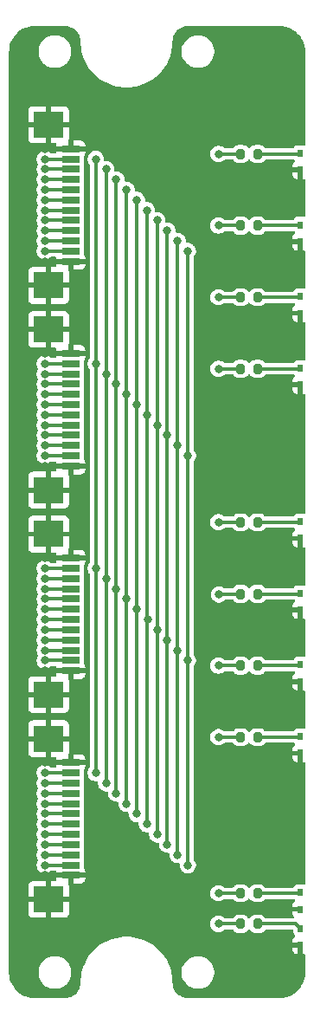
<source format=gbr>
%TF.GenerationSoftware,KiCad,Pcbnew,9.0.0*%
%TF.CreationDate,2025-03-09T10:12:05+03:00*%
%TF.ProjectId,PM_LED-10,504d5f4c-4544-42d3-9130-2e6b69636164,rev?*%
%TF.SameCoordinates,PX3ec0740PY6021600*%
%TF.FileFunction,Copper,L1,Top*%
%TF.FilePolarity,Positive*%
%FSLAX46Y46*%
G04 Gerber Fmt 4.6, Leading zero omitted, Abs format (unit mm)*
G04 Created by KiCad (PCBNEW 9.0.0) date 2025-03-09 10:12:05*
%MOMM*%
%LPD*%
G01*
G04 APERTURE LIST*
G04 Aperture macros list*
%AMRoundRect*
0 Rectangle with rounded corners*
0 $1 Rounding radius*
0 $2 $3 $4 $5 $6 $7 $8 $9 X,Y pos of 4 corners*
0 Add a 4 corners polygon primitive as box body*
4,1,4,$2,$3,$4,$5,$6,$7,$8,$9,$2,$3,0*
0 Add four circle primitives for the rounded corners*
1,1,$1+$1,$2,$3*
1,1,$1+$1,$4,$5*
1,1,$1+$1,$6,$7*
1,1,$1+$1,$8,$9*
0 Add four rect primitives between the rounded corners*
20,1,$1+$1,$2,$3,$4,$5,0*
20,1,$1+$1,$4,$5,$6,$7,0*
20,1,$1+$1,$6,$7,$8,$9,0*
20,1,$1+$1,$8,$9,$2,$3,0*%
G04 Aperture macros list end*
%TA.AperFunction,SMDPad,CuDef*%
%ADD10RoundRect,0.200000X-0.200000X-0.275000X0.200000X-0.275000X0.200000X0.275000X-0.200000X0.275000X0*%
%TD*%
%TA.AperFunction,SMDPad,CuDef*%
%ADD11R,0.480000X0.770000*%
%TD*%
%TA.AperFunction,SMDPad,CuDef*%
%ADD12R,1.803400X0.635000*%
%TD*%
%TA.AperFunction,SMDPad,CuDef*%
%ADD13R,2.997200X2.590800*%
%TD*%
%TA.AperFunction,ViaPad*%
%ADD14C,0.800000*%
%TD*%
%TA.AperFunction,Conductor*%
%ADD15C,0.300000*%
%TD*%
G04 APERTURE END LIST*
D10*
%TO.P,R5,1*%
%TO.N,/LED4*%
X8175000Y-1000000D03*
%TO.P,R5,2*%
%TO.N,Net-(D5-A)*%
X9825000Y-1000000D03*
%TD*%
%TO.P,R10,1*%
%TO.N,/LED9*%
X8175000Y-40250000D03*
%TO.P,R10,2*%
%TO.N,Net-(D10-A)*%
X9825000Y-40250000D03*
%TD*%
D11*
%TO.P,D2,1,K*%
%TO.N,GND*%
X14000000Y26435000D03*
%TO.P,D2,2,A*%
%TO.N,Net-(D2-A)*%
X14000000Y28065000D03*
%TD*%
%TO.P,D3,1,K*%
%TO.N,GND*%
X14000000Y19435000D03*
%TO.P,D3,2,A*%
%TO.N,Net-(D3-A)*%
X14000000Y21065000D03*
%TD*%
D10*
%TO.P,R9,1*%
%TO.N,/LED8*%
X8175000Y-37250000D03*
%TO.P,R9,2*%
%TO.N,Net-(D9-A)*%
X9825000Y-37250000D03*
%TD*%
%TO.P,R3,1*%
%TO.N,/LED2*%
X8175000Y21000000D03*
%TO.P,R3,2*%
%TO.N,Net-(D3-A)*%
X9825000Y21000000D03*
%TD*%
%TO.P,R4,1*%
%TO.N,/LED3*%
X8175000Y14000000D03*
%TO.P,R4,2*%
%TO.N,Net-(D4-A)*%
X9825000Y14000000D03*
%TD*%
D12*
%TO.P,J1,1,Pin_1*%
%TO.N,GND*%
X-8444000Y35499992D03*
%TO.P,J1,2,Pin_2*%
%TO.N,/LED0*%
X-8444000Y34499994D03*
%TO.P,J1,3,Pin_3*%
%TO.N,/LED1*%
X-8444000Y33499996D03*
%TO.P,J1,4,Pin_4*%
%TO.N,/LED2*%
X-8444000Y32499998D03*
%TO.P,J1,5,Pin_5*%
%TO.N,/LED3*%
X-8444000Y31500000D03*
%TO.P,J1,6,Pin_6*%
%TO.N,/LED4*%
X-8444000Y30500000D03*
%TO.P,J1,7,Pin_7*%
%TO.N,/LED5*%
X-8444000Y29500000D03*
%TO.P,J1,8,Pin_8*%
%TO.N,/LED6*%
X-8444000Y28500000D03*
%TO.P,J1,9,Pin_9*%
%TO.N,/LED7*%
X-8444000Y27500002D03*
%TO.P,J1,10,Pin_10*%
%TO.N,/LED8*%
X-8444000Y26500004D03*
%TO.P,J1,11,Pin_11*%
%TO.N,/LED9*%
X-8444000Y25500006D03*
%TO.P,J1,12,Pin_11*%
%TO.N,GND*%
X-8444000Y24500008D03*
D13*
%TO.P,J1,13,Pin_11*%
X-10614001Y37850003D03*
X-10614001Y22149997D03*
%TD*%
D11*
%TO.P,D8,1,K*%
%TO.N,GND*%
X14000000Y-23565000D03*
%TO.P,D8,2,A*%
%TO.N,Net-(D8-A)*%
X14000000Y-21935000D03*
%TD*%
D10*
%TO.P,R7,1*%
%TO.N,/LED6*%
X8175000Y-15000000D03*
%TO.P,R7,2*%
%TO.N,Net-(D7-A)*%
X9825000Y-15000000D03*
%TD*%
D11*
%TO.P,D7,1,K*%
%TO.N,GND*%
X14000000Y-16565000D03*
%TO.P,D7,2,A*%
%TO.N,Net-(D7-A)*%
X14000000Y-14935000D03*
%TD*%
%TO.P,D9,1,K*%
%TO.N,GND*%
X14000000Y-38815000D03*
%TO.P,D9,2,A*%
%TO.N,Net-(D9-A)*%
X14000000Y-37185000D03*
%TD*%
%TO.P,D1,1,K*%
%TO.N,GND*%
X14000000Y33435000D03*
%TO.P,D1,2,A*%
%TO.N,Net-(D1-A)*%
X14000000Y35065000D03*
%TD*%
%TO.P,D4,1,K*%
%TO.N,GND*%
X14000000Y12435000D03*
%TO.P,D4,2,A*%
%TO.N,Net-(D4-A)*%
X14000000Y14065000D03*
%TD*%
D10*
%TO.P,R8,1*%
%TO.N,/LED7*%
X8175000Y-22000000D03*
%TO.P,R8,2*%
%TO.N,Net-(D8-A)*%
X9825000Y-22000000D03*
%TD*%
D11*
%TO.P,D10,1,K*%
%TO.N,GND*%
X14000000Y-42315000D03*
%TO.P,D10,2,A*%
%TO.N,Net-(D10-A)*%
X14000000Y-40685000D03*
%TD*%
D10*
%TO.P,R6,1*%
%TO.N,/LED5*%
X8175000Y-8000000D03*
%TO.P,R6,2*%
%TO.N,Net-(D6-A)*%
X9825000Y-8000000D03*
%TD*%
D12*
%TO.P,J3,1,Pin_1*%
%TO.N,GND*%
X-8444000Y-4500008D03*
%TO.P,J3,2,Pin_2*%
%TO.N,/LED0*%
X-8444000Y-5500006D03*
%TO.P,J3,3,Pin_3*%
%TO.N,/LED1*%
X-8444000Y-6500004D03*
%TO.P,J3,4,Pin_4*%
%TO.N,/LED2*%
X-8444000Y-7500002D03*
%TO.P,J3,5,Pin_5*%
%TO.N,/LED3*%
X-8444000Y-8500000D03*
%TO.P,J3,6,Pin_6*%
%TO.N,/LED4*%
X-8444000Y-9500000D03*
%TO.P,J3,7,Pin_7*%
%TO.N,/LED5*%
X-8444000Y-10500000D03*
%TO.P,J3,8,Pin_8*%
%TO.N,/LED6*%
X-8444000Y-11500000D03*
%TO.P,J3,9,Pin_9*%
%TO.N,/LED7*%
X-8444000Y-12499998D03*
%TO.P,J3,10,Pin_10*%
%TO.N,/LED8*%
X-8444000Y-13499996D03*
%TO.P,J3,11,Pin_11*%
%TO.N,/LED9*%
X-8444000Y-14499994D03*
%TO.P,J3,12,Pin_11*%
%TO.N,GND*%
X-8444000Y-15499992D03*
D13*
%TO.P,J3,13,Pin_11*%
X-10614001Y-2149997D03*
X-10614001Y-17850003D03*
%TD*%
D10*
%TO.P,R1,1*%
%TO.N,/LED0*%
X8175000Y35000000D03*
%TO.P,R1,2*%
%TO.N,Net-(D1-A)*%
X9825000Y35000000D03*
%TD*%
%TO.P,R2,1*%
%TO.N,/LED1*%
X8175000Y28000000D03*
%TO.P,R2,2*%
%TO.N,Net-(D2-A)*%
X9825000Y28000000D03*
%TD*%
D12*
%TO.P,J2,1,Pin_1*%
%TO.N,GND*%
X-8444000Y15499992D03*
%TO.P,J2,2,Pin_2*%
%TO.N,/LED0*%
X-8444000Y14499994D03*
%TO.P,J2,3,Pin_3*%
%TO.N,/LED1*%
X-8444000Y13499996D03*
%TO.P,J2,4,Pin_4*%
%TO.N,/LED2*%
X-8444000Y12499998D03*
%TO.P,J2,5,Pin_5*%
%TO.N,/LED3*%
X-8444000Y11500000D03*
%TO.P,J2,6,Pin_6*%
%TO.N,/LED4*%
X-8444000Y10500000D03*
%TO.P,J2,7,Pin_7*%
%TO.N,/LED5*%
X-8444000Y9500000D03*
%TO.P,J2,8,Pin_8*%
%TO.N,/LED6*%
X-8444000Y8500000D03*
%TO.P,J2,9,Pin_9*%
%TO.N,/LED7*%
X-8444000Y7500002D03*
%TO.P,J2,10,Pin_10*%
%TO.N,/LED8*%
X-8444000Y6500004D03*
%TO.P,J2,11,Pin_11*%
%TO.N,/LED9*%
X-8444000Y5500006D03*
%TO.P,J2,12,Pin_11*%
%TO.N,GND*%
X-8444000Y4500008D03*
D13*
%TO.P,J2,13,Pin_11*%
X-10614001Y17850003D03*
X-10614001Y2149997D03*
%TD*%
D11*
%TO.P,D6,1,K*%
%TO.N,GND*%
X14000000Y-9565000D03*
%TO.P,D6,2,A*%
%TO.N,Net-(D6-A)*%
X14000000Y-7935000D03*
%TD*%
D12*
%TO.P,J4,1,Pin_1*%
%TO.N,GND*%
X-8444000Y-24500008D03*
%TO.P,J4,2,Pin_2*%
%TO.N,/LED0*%
X-8444000Y-25500006D03*
%TO.P,J4,3,Pin_3*%
%TO.N,/LED1*%
X-8444000Y-26500004D03*
%TO.P,J4,4,Pin_4*%
%TO.N,/LED2*%
X-8444000Y-27500002D03*
%TO.P,J4,5,Pin_5*%
%TO.N,/LED3*%
X-8444000Y-28500000D03*
%TO.P,J4,6,Pin_6*%
%TO.N,/LED4*%
X-8444000Y-29500000D03*
%TO.P,J4,7,Pin_7*%
%TO.N,/LED5*%
X-8444000Y-30500000D03*
%TO.P,J4,8,Pin_8*%
%TO.N,/LED6*%
X-8444000Y-31500000D03*
%TO.P,J4,9,Pin_9*%
%TO.N,/LED7*%
X-8444000Y-32499998D03*
%TO.P,J4,10,Pin_10*%
%TO.N,/LED8*%
X-8444000Y-33499996D03*
%TO.P,J4,11,Pin_11*%
%TO.N,/LED9*%
X-8444000Y-34499994D03*
%TO.P,J4,12,Pin_11*%
%TO.N,GND*%
X-8444000Y-35499992D03*
D13*
%TO.P,J4,13,Pin_11*%
X-10614001Y-22149997D03*
X-10614001Y-37850003D03*
%TD*%
D11*
%TO.P,D5,1,K*%
%TO.N,GND*%
X14000000Y-2565000D03*
%TO.P,D5,2,A*%
%TO.N,Net-(D5-A)*%
X14000000Y-935000D03*
%TD*%
D14*
%TO.N,GND*%
X-11000000Y24500000D03*
X-11000000Y-15500000D03*
X-11000000Y4500000D03*
X-11000000Y-4500000D03*
X-11000000Y15500000D03*
X-11000000Y35500000D03*
X-11000000Y-24500000D03*
X-11000000Y-35500000D03*
%TO.N,/LED2*%
X-4000000Y12500000D03*
X-11000000Y32500000D03*
X6000000Y21000000D03*
X-4000000Y-7500000D03*
X-11000000Y-7500000D03*
X-4000000Y32500000D03*
X-4000000Y-27500000D03*
X-11000000Y-27500000D03*
X-11000000Y12500000D03*
%TO.N,/LED3*%
X-3000000Y-8500000D03*
X-11000000Y31500000D03*
X-3000000Y-28500000D03*
X6000000Y14000000D03*
X-3000000Y11500000D03*
X-11000000Y-28500000D03*
X-3000000Y31500000D03*
X-11000000Y-8500000D03*
X-11000000Y11500000D03*
%TO.N,/LED4*%
X-2000000Y-29500000D03*
X-11000000Y-29500000D03*
X-2000000Y30500000D03*
X-11000000Y-9500000D03*
X-2000000Y-9500000D03*
X-2000000Y10500000D03*
X6000000Y-1000000D03*
X-11000000Y10500000D03*
X-11000000Y30500000D03*
%TO.N,/LED7*%
X1000000Y-12500000D03*
X-11000000Y-12500000D03*
X1000000Y7500000D03*
X1000000Y27500000D03*
X1000000Y-32500000D03*
X-11000000Y7500000D03*
X-11000000Y27500000D03*
X-11000000Y-32500000D03*
X6000000Y-22000000D03*
%TO.N,/LED5*%
X-11000000Y9500000D03*
X-11000000Y-30500000D03*
X-11000000Y29500000D03*
X-1000000Y29500000D03*
X-1000000Y-30500000D03*
X-11000000Y-10500000D03*
X-918248Y-10483296D03*
X-1000000Y9500000D03*
X6044252Y-8046187D03*
%TO.N,/LED0*%
X-6000000Y14500000D03*
X-11000000Y34500000D03*
X-11000000Y-25500000D03*
X-11000000Y14500000D03*
X-6000000Y34500000D03*
X6000000Y35000000D03*
X-11000000Y-5500000D03*
X-6000000Y-25500000D03*
X-6000000Y-5500000D03*
%TO.N,/LED1*%
X-11000000Y-26500000D03*
X-5000000Y-6500000D03*
X-5000000Y33500000D03*
X-11000000Y-6500000D03*
X-11000000Y33500000D03*
X-11000000Y13500000D03*
X6000000Y28000000D03*
X-5000000Y13500000D03*
X-5000000Y-26500000D03*
%TO.N,/LED6*%
X0Y8500000D03*
X-11000000Y-11500000D03*
X0Y-31500000D03*
X0Y28500000D03*
X6000000Y-15000000D03*
X-11000000Y8500000D03*
X-11000000Y28500000D03*
X0Y-11500000D03*
X-11000000Y-31500000D03*
%TO.N,/LED9*%
X3000000Y25500000D03*
X6000000Y-40250000D03*
X-11000000Y25500000D03*
X3000000Y-14500000D03*
X3000000Y-34500000D03*
X-11000000Y-34500000D03*
X-11000000Y-14500000D03*
X3000000Y5500000D03*
X-11000000Y5500000D03*
%TO.N,/LED8*%
X2000000Y6500000D03*
X-11000000Y26500000D03*
X6000000Y-37250000D03*
X2000000Y26500000D03*
X-11000000Y-33500000D03*
X2000000Y-33500000D03*
X-11000000Y-13500000D03*
X2000000Y-13500000D03*
X-11000000Y6500000D03*
%TD*%
D15*
%TO.N,Net-(D9-A)*%
X13935000Y-37250000D02*
X14000000Y-37185000D01*
X9825000Y-37250000D02*
X13935000Y-37250000D01*
%TO.N,Net-(D10-A)*%
X9825000Y-40250000D02*
X13565000Y-40250000D01*
X13565000Y-40250000D02*
X14000000Y-40685000D01*
%TO.N,Net-(D1-A)*%
X13935000Y35000000D02*
X14000000Y35065000D01*
X9825000Y35000000D02*
X13935000Y35000000D01*
%TO.N,Net-(D2-A)*%
X13935000Y28000000D02*
X14000000Y28065000D01*
X9825000Y28000000D02*
X13935000Y28000000D01*
%TO.N,Net-(D3-A)*%
X9825000Y21000000D02*
X13935000Y21000000D01*
X13935000Y21000000D02*
X14000000Y21065000D01*
%TO.N,Net-(D4-A)*%
X9825000Y14000000D02*
X13935000Y14000000D01*
X13935000Y14000000D02*
X14000000Y14065000D01*
%TO.N,Net-(D5-A)*%
X9825000Y-1000000D02*
X13935000Y-1000000D01*
X13935000Y-1000000D02*
X14000000Y-935000D01*
%TO.N,Net-(D6-A)*%
X9825000Y-8000000D02*
X13935000Y-8000000D01*
X13935000Y-8000000D02*
X14000000Y-7935000D01*
%TO.N,Net-(D7-A)*%
X9825000Y-15000000D02*
X13935000Y-15000000D01*
X13935000Y-15000000D02*
X14000000Y-14935000D01*
%TO.N,Net-(D8-A)*%
X9825000Y-22000000D02*
X13935000Y-22000000D01*
X13935000Y-22000000D02*
X14000000Y-21935000D01*
%TO.N,/LED2*%
X6000000Y21000000D02*
X8175000Y21000000D01*
X-4000000Y-7500000D02*
X-4000000Y-27500000D01*
X-4000000Y12500000D02*
X-4000000Y-7500000D01*
X-11000000Y-27500000D02*
X-8444006Y-27500000D01*
X-4000000Y32500000D02*
X-4000000Y12500000D01*
X-11000000Y-7500000D02*
X-8444006Y-7500000D01*
X-11000000Y32500000D02*
X-8444006Y32500000D01*
X-11000000Y12500000D02*
X-8444006Y12500000D01*
%TO.N,/LED3*%
X-3000000Y31500000D02*
X-3000000Y11500000D01*
X-11000000Y11500000D02*
X-8444006Y11500000D01*
X6000000Y14000000D02*
X8175000Y14000000D01*
X-11000000Y-28500000D02*
X-8444006Y-28500000D01*
X-11000000Y31500000D02*
X-8444006Y31500000D01*
X-11000000Y-8500000D02*
X-8444006Y-8500000D01*
X-3000000Y-8500000D02*
X-3000000Y-28500000D01*
X-3000000Y11500000D02*
X-3000000Y-8500000D01*
%TO.N,/LED4*%
X-11000000Y-9500000D02*
X-8444006Y-9500000D01*
X-2000000Y30500000D02*
X-2000000Y10500000D01*
X-11000000Y30500000D02*
X-8444006Y30500000D01*
X-11000000Y10500000D02*
X-8444006Y10500000D01*
X-2000000Y-9500000D02*
X-2000000Y-29500000D01*
X-11000000Y-29500000D02*
X-8444006Y-29500000D01*
X-2000000Y10500000D02*
X-2000000Y-9500000D01*
X6000000Y-1000000D02*
X8175000Y-1000000D01*
%TO.N,/LED7*%
X6000000Y-22000000D02*
X8175000Y-22000000D01*
X-11000000Y27500000D02*
X-8444006Y27500000D01*
X1000000Y7500000D02*
X1000000Y-12500000D01*
X-11000000Y-32500000D02*
X-8444006Y-32500000D01*
X1000000Y27500000D02*
X1000000Y7500000D01*
X1000000Y-12500000D02*
X1000000Y-32500000D01*
X-11000000Y7500000D02*
X-8444006Y7500000D01*
X-11000000Y-12500000D02*
X-8444006Y-12500000D01*
%TO.N,/LED5*%
X-11000000Y-10500000D02*
X-8444006Y-10500000D01*
X-11000000Y-30500000D02*
X-8444006Y-30500000D01*
X-11000000Y9500000D02*
X-8444006Y9500000D01*
X-11000000Y29500000D02*
X-8444006Y29500000D01*
X6000000Y-8000000D02*
X8175000Y-8000000D01*
X-1000000Y29500000D02*
X-1000000Y9500000D01*
X-1000000Y9500000D02*
X-1000000Y-10500000D01*
X-1000000Y-10500000D02*
X-1000000Y-30500000D01*
%TO.N,/LED0*%
X-6000000Y14500000D02*
X-6000000Y-5500000D01*
X-6000000Y-5500000D02*
X-6000000Y-25500000D01*
X-11000000Y-5500000D02*
X-8444006Y-5500000D01*
X-11000000Y14500000D02*
X-8444006Y14500000D01*
X6000000Y35000000D02*
X8175000Y35000000D01*
X-11000000Y-25500000D02*
X-8444006Y-25500000D01*
X-8444006Y34500000D02*
X-8444000Y34499994D01*
X-6000000Y34500000D02*
X-6000000Y14500000D01*
X-11000000Y34500000D02*
X-8444006Y34500000D01*
%TO.N,/LED1*%
X6000000Y28000000D02*
X8175000Y28000000D01*
X-5000000Y33500000D02*
X-5000000Y13500000D01*
X-11000000Y13500000D02*
X-8444006Y13500000D01*
X-11000000Y-26500000D02*
X-8444006Y-26500000D01*
X-11000000Y33500000D02*
X-8444006Y33500000D01*
X-11000000Y-6500000D02*
X-8444006Y-6500000D01*
X-5000000Y-6500000D02*
X-5000000Y-26500000D01*
X-5000000Y13500000D02*
X-5000000Y-6500000D01*
%TO.N,/LED6*%
X0Y-11500000D02*
X0Y-31500000D01*
X-11000000Y8500000D02*
X-8444006Y8500000D01*
X-11000000Y-31500000D02*
X-8444006Y-31500000D01*
X-11000000Y28500000D02*
X-8444006Y28500000D01*
X0Y8500000D02*
X0Y-11500000D01*
X-11000000Y-11500000D02*
X-8444006Y-11500000D01*
X6000000Y-15000000D02*
X8175000Y-15000000D01*
X0Y28500000D02*
X0Y8500000D01*
%TO.N,/LED9*%
X3000000Y-14500000D02*
X3000000Y-34500000D01*
X-11000000Y-14500000D02*
X-8444006Y-14500000D01*
X-11000000Y-34500000D02*
X-8444006Y-34500000D01*
X3000000Y25500000D02*
X3000000Y5500000D01*
X-11000000Y25500000D02*
X-8444006Y25500000D01*
X-11000000Y5500000D02*
X-8444006Y5500000D01*
X3000000Y5500000D02*
X3000000Y-14500000D01*
X6000000Y-40250000D02*
X8175000Y-40250000D01*
%TO.N,/LED8*%
X6000000Y-37250000D02*
X8175000Y-37250000D01*
X2000000Y6500000D02*
X2000000Y-13500000D01*
X2000000Y-13500000D02*
X2000000Y-33500000D01*
X-11000000Y6500000D02*
X-8444006Y6500000D01*
X2000000Y26500000D02*
X2000000Y6500000D01*
X-11000000Y-33500000D02*
X-8444006Y-33500000D01*
X-11000000Y-13500000D02*
X-8444006Y-13500000D01*
X-11000000Y26500000D02*
X-8444006Y26500000D01*
%TD*%
%TA.AperFunction,Conductor*%
%TO.N,GND*%
G36*
X-8995582Y47499184D02*
G01*
X-8795439Y47484870D01*
X-8777937Y47482353D01*
X-8586203Y47440645D01*
X-8569245Y47435666D01*
X-8385391Y47367091D01*
X-8369299Y47359741D01*
X-8197096Y47265712D01*
X-8182216Y47256151D01*
X-8025133Y47138559D01*
X-8011763Y47126973D01*
X-7873028Y46988238D01*
X-7861442Y46974868D01*
X-7784671Y46872314D01*
X-7743854Y46817790D01*
X-7734289Y46802905D01*
X-7640260Y46630702D01*
X-7632910Y46614610D01*
X-7564338Y46430764D01*
X-7559354Y46413788D01*
X-7517649Y46222069D01*
X-7515131Y46204558D01*
X-7500816Y46004420D01*
X-7500500Y45995573D01*
X-7500500Y45791932D01*
X-7462105Y45377572D01*
X-7462105Y45377571D01*
X-7442447Y45272413D01*
X-7385637Y44968507D01*
X-7271755Y44568252D01*
X-7148560Y44250250D01*
X-7121426Y44180209D01*
X-7121425Y44180207D01*
X-7010456Y43957351D01*
X-6935937Y43807697D01*
X-6716867Y43453887D01*
X-6705557Y43438910D01*
X-6501614Y43168845D01*
X-6466086Y43121799D01*
X-6185733Y42814267D01*
X-5878201Y42533914D01*
X-5546113Y42283133D01*
X-5192303Y42064063D01*
X-4819788Y41878573D01*
X-4431748Y41728245D01*
X-4031501Y41614366D01*
X-4031501Y41614365D01*
X-4031499Y41614365D01*
X-4031493Y41614363D01*
X-3622437Y41537897D01*
X-3622432Y41537897D01*
X-3622429Y41537896D01*
X-3422703Y41519389D01*
X-3208071Y41499500D01*
X-3208068Y41499500D01*
X-2791932Y41499500D01*
X-2791929Y41499500D01*
X-2532505Y41523540D01*
X-2377572Y41537896D01*
X-2377571Y41537896D01*
X-2377569Y41537897D01*
X-2377563Y41537897D01*
X-1968507Y41614363D01*
X-1568252Y41728245D01*
X-1180212Y41878573D01*
X-807697Y42064063D01*
X-453887Y42283133D01*
X-121799Y42533914D01*
X185733Y42814267D01*
X466086Y43121799D01*
X716867Y43453887D01*
X935937Y43807697D01*
X1121427Y44180212D01*
X1271755Y44568252D01*
X1385637Y44968507D01*
X1415071Y45125962D01*
X2399500Y45125962D01*
X2399500Y44874039D01*
X2438910Y44625215D01*
X2516760Y44385617D01*
X2631132Y44161152D01*
X2779201Y43957351D01*
X2779205Y43957346D01*
X2957345Y43779206D01*
X2957350Y43779202D01*
X3123653Y43658377D01*
X3161155Y43631130D01*
X3304184Y43558253D01*
X3385616Y43516761D01*
X3385618Y43516761D01*
X3385621Y43516759D01*
X3625215Y43438910D01*
X3874038Y43399500D01*
X3874039Y43399500D01*
X4125961Y43399500D01*
X4125962Y43399500D01*
X4374785Y43438910D01*
X4614379Y43516759D01*
X4838845Y43631130D01*
X5042656Y43779207D01*
X5220793Y43957344D01*
X5368870Y44161155D01*
X5483241Y44385621D01*
X5561090Y44625215D01*
X5600500Y44874038D01*
X5600500Y45125962D01*
X5561090Y45374785D01*
X5483241Y45614379D01*
X5483239Y45614382D01*
X5483239Y45614384D01*
X5441747Y45695816D01*
X5368870Y45838845D01*
X5349952Y45864883D01*
X5220798Y46042650D01*
X5220794Y46042655D01*
X5042654Y46220795D01*
X5042649Y46220799D01*
X4838848Y46368868D01*
X4838847Y46368869D01*
X4838845Y46368870D01*
X4751332Y46413460D01*
X4614383Y46483240D01*
X4374785Y46561090D01*
X4125962Y46600500D01*
X3874038Y46600500D01*
X3749626Y46580795D01*
X3625214Y46561090D01*
X3385616Y46483240D01*
X3161151Y46368868D01*
X2957350Y46220799D01*
X2957345Y46220795D01*
X2779205Y46042655D01*
X2779201Y46042650D01*
X2631132Y45838849D01*
X2516760Y45614384D01*
X2438910Y45374786D01*
X2399500Y45125962D01*
X1415071Y45125962D01*
X1462103Y45377563D01*
X1500500Y45791929D01*
X1500500Y45995573D01*
X1500816Y46004419D01*
X1511318Y46151252D01*
X1515131Y46204566D01*
X1517646Y46222062D01*
X1559356Y46413801D01*
X1564333Y46430752D01*
X1632911Y46614615D01*
X1640259Y46630702D01*
X1702815Y46745266D01*
X1734291Y46802911D01*
X1743845Y46817779D01*
X1861448Y46974877D01*
X1873020Y46988231D01*
X2011769Y47126980D01*
X2025123Y47138552D01*
X2182221Y47256155D01*
X2197089Y47265709D01*
X2369298Y47359742D01*
X2385385Y47367089D01*
X2569248Y47435667D01*
X2586199Y47440644D01*
X2777938Y47482354D01*
X2795437Y47484870D01*
X2995547Y47499183D01*
X3004446Y47499498D01*
X11925740Y47495244D01*
X11926285Y47495208D01*
X11934108Y47495208D01*
X11996249Y47495208D01*
X12003736Y47494982D01*
X12293278Y47477468D01*
X12308141Y47475664D01*
X12589770Y47424053D01*
X12604307Y47420470D01*
X12877650Y47335292D01*
X12891646Y47329984D01*
X13152741Y47212474D01*
X13165999Y47205516D01*
X13411020Y47057397D01*
X13423338Y47048895D01*
X13517827Y46974868D01*
X13648727Y46872314D01*
X13659935Y46862384D01*
X13862383Y46659936D01*
X13872313Y46648728D01*
X14043077Y46430764D01*
X14048890Y46423345D01*
X14057396Y46411021D01*
X14205515Y46166000D01*
X14212473Y46152742D01*
X14329983Y45891647D01*
X14335293Y45877646D01*
X14420468Y45604309D01*
X14424052Y45589771D01*
X14475662Y45308143D01*
X14477467Y45293278D01*
X14494982Y45003737D01*
X14495208Y44996250D01*
X14495208Y35960257D01*
X14475523Y35893218D01*
X14422719Y35847463D01*
X14353561Y35837519D01*
X14351810Y35837784D01*
X14271524Y35850500D01*
X13728482Y35850500D01*
X13648196Y35837784D01*
X13634696Y35835646D01*
X13521658Y35778050D01*
X13521657Y35778049D01*
X13521652Y35778046D01*
X13431954Y35688348D01*
X13431951Y35688343D01*
X13431950Y35688342D01*
X13396212Y35618204D01*
X13348239Y35567409D01*
X13285729Y35550500D01*
X10631666Y35550500D01*
X10564627Y35570185D01*
X10533290Y35599013D01*
X10453282Y35703282D01*
X10327841Y35799536D01*
X10181762Y35860044D01*
X10181760Y35860045D01*
X10064361Y35875500D01*
X9585636Y35875500D01*
X9468246Y35860047D01*
X9468237Y35860044D01*
X9322160Y35799537D01*
X9196718Y35703282D01*
X9098376Y35575120D01*
X9041947Y35533918D01*
X8972201Y35529763D01*
X8911281Y35563976D01*
X8901624Y35575120D01*
X8883290Y35599013D01*
X8803282Y35703282D01*
X8677841Y35799536D01*
X8531762Y35860044D01*
X8531760Y35860045D01*
X8414361Y35875500D01*
X7935636Y35875500D01*
X7818246Y35860047D01*
X7818237Y35860044D01*
X7672160Y35799537D01*
X7607592Y35749992D01*
X7546718Y35703282D01*
X7484187Y35621789D01*
X7466710Y35599013D01*
X7410282Y35557811D01*
X7368334Y35550500D01*
X6632940Y35550500D01*
X6565901Y35570185D01*
X6545258Y35586820D01*
X6510292Y35621787D01*
X6510288Y35621790D01*
X6379185Y35709391D01*
X6379172Y35709398D01*
X6233501Y35769736D01*
X6233489Y35769739D01*
X6078845Y35800500D01*
X6078842Y35800500D01*
X5921158Y35800500D01*
X5921155Y35800500D01*
X5766510Y35769739D01*
X5766498Y35769736D01*
X5620827Y35709398D01*
X5620814Y35709391D01*
X5489711Y35621790D01*
X5489707Y35621787D01*
X5378213Y35510293D01*
X5378210Y35510289D01*
X5290609Y35379186D01*
X5290602Y35379173D01*
X5230264Y35233502D01*
X5230261Y35233490D01*
X5199500Y35078847D01*
X5199500Y34921154D01*
X5230261Y34766511D01*
X5230264Y34766499D01*
X5290602Y34620828D01*
X5290609Y34620815D01*
X5378210Y34489712D01*
X5378213Y34489708D01*
X5489707Y34378214D01*
X5489711Y34378211D01*
X5620814Y34290610D01*
X5620827Y34290603D01*
X5766498Y34230265D01*
X5766503Y34230263D01*
X5916312Y34200464D01*
X5921153Y34199501D01*
X5921156Y34199500D01*
X5921158Y34199500D01*
X6078844Y34199500D01*
X6078845Y34199501D01*
X6233497Y34230263D01*
X6379179Y34290606D01*
X6510289Y34378211D01*
X6545258Y34413180D01*
X6606580Y34446666D01*
X6632940Y34449500D01*
X7368334Y34449500D01*
X7435373Y34429815D01*
X7466709Y34400988D01*
X7546718Y34296718D01*
X7672159Y34200464D01*
X7818238Y34139956D01*
X7935639Y34124500D01*
X8414360Y34124501D01*
X8414363Y34124501D01*
X8531753Y34139954D01*
X8531757Y34139956D01*
X8531762Y34139956D01*
X8677841Y34200464D01*
X8803282Y34296718D01*
X8899536Y34422159D01*
X8899535Y34422159D01*
X8901624Y34424880D01*
X8958052Y34466083D01*
X9027798Y34470238D01*
X9088718Y34436026D01*
X9098376Y34424880D01*
X9114339Y34404076D01*
X9196718Y34296718D01*
X9322159Y34200464D01*
X9468238Y34139956D01*
X9585639Y34124500D01*
X10064360Y34124501D01*
X10064363Y34124501D01*
X10181753Y34139954D01*
X10181757Y34139956D01*
X10181762Y34139956D01*
X10327841Y34200464D01*
X10453282Y34296718D01*
X10533290Y34400988D01*
X10589718Y34442189D01*
X10631666Y34449500D01*
X13372746Y34449500D01*
X13402186Y34440856D01*
X13432173Y34434332D01*
X13437188Y34430578D01*
X13439785Y34429815D01*
X13460427Y34413181D01*
X13469532Y34404076D01*
X13503017Y34342753D01*
X13498033Y34273061D01*
X13456163Y34217129D01*
X13402809Y34177188D01*
X13316649Y34062094D01*
X13316645Y34062087D01*
X13266403Y33927380D01*
X13266401Y33927373D01*
X13260000Y33867845D01*
X13260000Y33675000D01*
X13876000Y33675000D01*
X13943039Y33655315D01*
X13988794Y33602511D01*
X14000000Y33551000D01*
X14000000Y33435000D01*
X14116000Y33435000D01*
X14183039Y33415315D01*
X14228794Y33362511D01*
X14240000Y33311000D01*
X14240000Y32550000D01*
X14287828Y32550000D01*
X14287844Y32550001D01*
X14355087Y32557231D01*
X14355368Y32554617D01*
X14412462Y32551555D01*
X14469133Y32510689D01*
X14494715Y32445671D01*
X14495208Y32434619D01*
X14495208Y28960257D01*
X14475523Y28893218D01*
X14422719Y28847463D01*
X14353561Y28837519D01*
X14351810Y28837784D01*
X14271524Y28850500D01*
X13728482Y28850500D01*
X13648196Y28837784D01*
X13634696Y28835646D01*
X13521658Y28778050D01*
X13521657Y28778049D01*
X13521652Y28778046D01*
X13431954Y28688348D01*
X13431951Y28688343D01*
X13431950Y28688342D01*
X13396212Y28618204D01*
X13348239Y28567409D01*
X13285729Y28550500D01*
X10631666Y28550500D01*
X10564627Y28570185D01*
X10533290Y28599013D01*
X10453282Y28703282D01*
X10327841Y28799536D01*
X10181762Y28860044D01*
X10181760Y28860045D01*
X10064361Y28875500D01*
X9585636Y28875500D01*
X9468246Y28860047D01*
X9468237Y28860044D01*
X9322160Y28799537D01*
X9196718Y28703282D01*
X9098376Y28575120D01*
X9041947Y28533918D01*
X8972201Y28529763D01*
X8911281Y28563976D01*
X8901624Y28575120D01*
X8883290Y28599013D01*
X8803282Y28703282D01*
X8677841Y28799536D01*
X8531762Y28860044D01*
X8531760Y28860045D01*
X8414361Y28875500D01*
X7935636Y28875500D01*
X7818246Y28860047D01*
X7818237Y28860044D01*
X7672160Y28799537D01*
X7586095Y28733497D01*
X7546718Y28703282D01*
X7484187Y28621789D01*
X7466710Y28599013D01*
X7410282Y28557811D01*
X7368334Y28550500D01*
X6632940Y28550500D01*
X6565901Y28570185D01*
X6545258Y28586820D01*
X6510292Y28621787D01*
X6510288Y28621790D01*
X6379185Y28709391D01*
X6379172Y28709398D01*
X6233501Y28769736D01*
X6233489Y28769739D01*
X6078845Y28800500D01*
X6078842Y28800500D01*
X5921158Y28800500D01*
X5921155Y28800500D01*
X5766510Y28769739D01*
X5766498Y28769736D01*
X5620827Y28709398D01*
X5620814Y28709391D01*
X5489711Y28621790D01*
X5489707Y28621787D01*
X5378213Y28510293D01*
X5378210Y28510289D01*
X5290609Y28379186D01*
X5290602Y28379173D01*
X5230264Y28233502D01*
X5230261Y28233490D01*
X5199500Y28078847D01*
X5199500Y27921154D01*
X5230261Y27766511D01*
X5230264Y27766499D01*
X5290602Y27620828D01*
X5290609Y27620815D01*
X5378210Y27489712D01*
X5378213Y27489708D01*
X5489707Y27378214D01*
X5489711Y27378211D01*
X5620814Y27290610D01*
X5620827Y27290603D01*
X5766498Y27230265D01*
X5766503Y27230263D01*
X5916312Y27200464D01*
X5921153Y27199501D01*
X5921156Y27199500D01*
X5921158Y27199500D01*
X6078844Y27199500D01*
X6078845Y27199501D01*
X6233497Y27230263D01*
X6379179Y27290606D01*
X6510289Y27378211D01*
X6545258Y27413180D01*
X6606580Y27446666D01*
X6632940Y27449500D01*
X7368334Y27449500D01*
X7435373Y27429815D01*
X7466709Y27400988D01*
X7546718Y27296718D01*
X7672159Y27200464D01*
X7818238Y27139956D01*
X7935639Y27124500D01*
X8414360Y27124501D01*
X8414363Y27124501D01*
X8531753Y27139954D01*
X8531757Y27139956D01*
X8531762Y27139956D01*
X8677841Y27200464D01*
X8803282Y27296718D01*
X8899536Y27422159D01*
X8899535Y27422159D01*
X8901624Y27424880D01*
X8958052Y27466083D01*
X9027798Y27470238D01*
X9088718Y27436026D01*
X9098376Y27424880D01*
X9114339Y27404076D01*
X9196718Y27296718D01*
X9322159Y27200464D01*
X9468238Y27139956D01*
X9585639Y27124500D01*
X10064360Y27124501D01*
X10064363Y27124501D01*
X10181753Y27139954D01*
X10181757Y27139956D01*
X10181762Y27139956D01*
X10327841Y27200464D01*
X10453282Y27296718D01*
X10533290Y27400988D01*
X10589718Y27442189D01*
X10631666Y27449500D01*
X13372746Y27449500D01*
X13402186Y27440856D01*
X13432173Y27434332D01*
X13437188Y27430578D01*
X13439785Y27429815D01*
X13460427Y27413181D01*
X13469532Y27404076D01*
X13503017Y27342753D01*
X13498033Y27273061D01*
X13456163Y27217129D01*
X13402809Y27177188D01*
X13316649Y27062094D01*
X13316645Y27062087D01*
X13266403Y26927380D01*
X13266401Y26927373D01*
X13260000Y26867845D01*
X13260000Y26675000D01*
X13876000Y26675000D01*
X13943039Y26655315D01*
X13988794Y26602511D01*
X14000000Y26551000D01*
X14000000Y26435000D01*
X14116000Y26435000D01*
X14183039Y26415315D01*
X14228794Y26362511D01*
X14240000Y26311000D01*
X14240000Y25550000D01*
X14287828Y25550000D01*
X14287844Y25550001D01*
X14355087Y25557231D01*
X14355368Y25554617D01*
X14412462Y25551555D01*
X14469133Y25510689D01*
X14494715Y25445671D01*
X14495208Y25434619D01*
X14495208Y21960257D01*
X14475523Y21893218D01*
X14422719Y21847463D01*
X14353561Y21837519D01*
X14351810Y21837784D01*
X14271524Y21850500D01*
X13728482Y21850500D01*
X13648196Y21837784D01*
X13634696Y21835646D01*
X13521658Y21778050D01*
X13521657Y21778049D01*
X13521652Y21778046D01*
X13431954Y21688348D01*
X13431951Y21688343D01*
X13431950Y21688342D01*
X13396212Y21618204D01*
X13348239Y21567409D01*
X13285729Y21550500D01*
X10631666Y21550500D01*
X10564627Y21570185D01*
X10533290Y21599013D01*
X10453282Y21703282D01*
X10327841Y21799536D01*
X10181762Y21860044D01*
X10181760Y21860045D01*
X10064361Y21875500D01*
X9585636Y21875500D01*
X9468246Y21860047D01*
X9468237Y21860044D01*
X9322160Y21799537D01*
X9196718Y21703282D01*
X9098376Y21575120D01*
X9041947Y21533918D01*
X8972201Y21529763D01*
X8911281Y21563976D01*
X8901624Y21575120D01*
X8883290Y21599013D01*
X8803282Y21703282D01*
X8677841Y21799536D01*
X8531762Y21860044D01*
X8531760Y21860045D01*
X8414361Y21875500D01*
X7935636Y21875500D01*
X7818246Y21860047D01*
X7818237Y21860044D01*
X7672160Y21799537D01*
X7554689Y21709398D01*
X7546718Y21703282D01*
X7484187Y21621789D01*
X7466710Y21599013D01*
X7410282Y21557811D01*
X7368334Y21550500D01*
X6632940Y21550500D01*
X6565901Y21570185D01*
X6545258Y21586820D01*
X6510292Y21621787D01*
X6510288Y21621790D01*
X6379185Y21709391D01*
X6379172Y21709398D01*
X6233501Y21769736D01*
X6233489Y21769739D01*
X6078845Y21800500D01*
X6078842Y21800500D01*
X5921158Y21800500D01*
X5921155Y21800500D01*
X5766510Y21769739D01*
X5766498Y21769736D01*
X5620827Y21709398D01*
X5620814Y21709391D01*
X5489711Y21621790D01*
X5489707Y21621787D01*
X5378213Y21510293D01*
X5378210Y21510289D01*
X5290609Y21379186D01*
X5290602Y21379173D01*
X5230264Y21233502D01*
X5230261Y21233490D01*
X5199500Y21078847D01*
X5199500Y20921154D01*
X5230261Y20766511D01*
X5230264Y20766499D01*
X5290602Y20620828D01*
X5290609Y20620815D01*
X5378210Y20489712D01*
X5378213Y20489708D01*
X5489707Y20378214D01*
X5489711Y20378211D01*
X5620814Y20290610D01*
X5620827Y20290603D01*
X5766498Y20230265D01*
X5766503Y20230263D01*
X5916312Y20200464D01*
X5921153Y20199501D01*
X5921156Y20199500D01*
X5921158Y20199500D01*
X6078844Y20199500D01*
X6078845Y20199501D01*
X6233497Y20230263D01*
X6379179Y20290606D01*
X6510289Y20378211D01*
X6545258Y20413180D01*
X6606580Y20446666D01*
X6632940Y20449500D01*
X7368334Y20449500D01*
X7435373Y20429815D01*
X7466709Y20400988D01*
X7546718Y20296718D01*
X7672159Y20200464D01*
X7818238Y20139956D01*
X7935639Y20124500D01*
X8414360Y20124501D01*
X8414363Y20124501D01*
X8531753Y20139954D01*
X8531757Y20139956D01*
X8531762Y20139956D01*
X8677841Y20200464D01*
X8803282Y20296718D01*
X8899536Y20422159D01*
X8899535Y20422159D01*
X8901624Y20424880D01*
X8958052Y20466083D01*
X9027798Y20470238D01*
X9088718Y20436026D01*
X9098376Y20424880D01*
X9147393Y20360999D01*
X9196718Y20296718D01*
X9322159Y20200464D01*
X9468238Y20139956D01*
X9585639Y20124500D01*
X10064360Y20124501D01*
X10064363Y20124501D01*
X10181753Y20139954D01*
X10181757Y20139956D01*
X10181762Y20139956D01*
X10327841Y20200464D01*
X10453282Y20296718D01*
X10533290Y20400988D01*
X10589718Y20442189D01*
X10631666Y20449500D01*
X13372746Y20449500D01*
X13402186Y20440856D01*
X13432173Y20434332D01*
X13437188Y20430578D01*
X13439785Y20429815D01*
X13460427Y20413181D01*
X13469532Y20404076D01*
X13503017Y20342753D01*
X13498033Y20273061D01*
X13456163Y20217129D01*
X13402809Y20177188D01*
X13316649Y20062094D01*
X13316645Y20062087D01*
X13266403Y19927380D01*
X13266401Y19927373D01*
X13260000Y19867845D01*
X13260000Y19675000D01*
X13876000Y19675000D01*
X13943039Y19655315D01*
X13988794Y19602511D01*
X14000000Y19551000D01*
X14000000Y19435000D01*
X14116000Y19435000D01*
X14183039Y19415315D01*
X14228794Y19362511D01*
X14240000Y19311000D01*
X14240000Y18550000D01*
X14287828Y18550000D01*
X14287844Y18550001D01*
X14355087Y18557231D01*
X14355368Y18554617D01*
X14412462Y18551555D01*
X14469133Y18510689D01*
X14494715Y18445671D01*
X14495208Y18434619D01*
X14495208Y14960257D01*
X14475523Y14893218D01*
X14422719Y14847463D01*
X14353561Y14837519D01*
X14351810Y14837784D01*
X14271524Y14850500D01*
X13728482Y14850500D01*
X13648196Y14837784D01*
X13634696Y14835646D01*
X13521658Y14778050D01*
X13521657Y14778049D01*
X13521652Y14778046D01*
X13431954Y14688348D01*
X13431951Y14688343D01*
X13431950Y14688342D01*
X13396212Y14618204D01*
X13348239Y14567409D01*
X13285729Y14550500D01*
X10631666Y14550500D01*
X10564627Y14570185D01*
X10533290Y14599013D01*
X10453282Y14703282D01*
X10327841Y14799536D01*
X10181762Y14860044D01*
X10181760Y14860045D01*
X10064361Y14875500D01*
X9585636Y14875500D01*
X9468246Y14860047D01*
X9468237Y14860044D01*
X9322160Y14799537D01*
X9196718Y14703282D01*
X9098376Y14575120D01*
X9041947Y14533918D01*
X8972201Y14529763D01*
X8911281Y14563976D01*
X8901624Y14575120D01*
X8883290Y14599013D01*
X8803282Y14703282D01*
X8677841Y14799536D01*
X8531762Y14860044D01*
X8531760Y14860045D01*
X8414361Y14875500D01*
X7935636Y14875500D01*
X7818246Y14860047D01*
X7818237Y14860044D01*
X7672160Y14799537D01*
X7586095Y14733497D01*
X7546718Y14703282D01*
X7484187Y14621789D01*
X7466710Y14599013D01*
X7410282Y14557811D01*
X7368334Y14550500D01*
X6632940Y14550500D01*
X6565901Y14570185D01*
X6545258Y14586820D01*
X6510292Y14621787D01*
X6510288Y14621790D01*
X6379185Y14709391D01*
X6379172Y14709398D01*
X6233501Y14769736D01*
X6233489Y14769739D01*
X6078845Y14800500D01*
X6078842Y14800500D01*
X5921158Y14800500D01*
X5921155Y14800500D01*
X5766510Y14769739D01*
X5766498Y14769736D01*
X5620827Y14709398D01*
X5620814Y14709391D01*
X5489711Y14621790D01*
X5489707Y14621787D01*
X5378213Y14510293D01*
X5378210Y14510289D01*
X5290609Y14379186D01*
X5290602Y14379173D01*
X5230264Y14233502D01*
X5230261Y14233490D01*
X5199500Y14078847D01*
X5199500Y13921154D01*
X5230261Y13766511D01*
X5230264Y13766499D01*
X5290602Y13620828D01*
X5290609Y13620815D01*
X5378210Y13489712D01*
X5378213Y13489708D01*
X5489707Y13378214D01*
X5489711Y13378211D01*
X5620814Y13290610D01*
X5620827Y13290603D01*
X5766498Y13230265D01*
X5766503Y13230263D01*
X5916312Y13200464D01*
X5921153Y13199501D01*
X5921156Y13199500D01*
X5921158Y13199500D01*
X6078844Y13199500D01*
X6078845Y13199501D01*
X6233497Y13230263D01*
X6379179Y13290606D01*
X6510289Y13378211D01*
X6545258Y13413180D01*
X6606580Y13446666D01*
X6632940Y13449500D01*
X7368334Y13449500D01*
X7435373Y13429815D01*
X7466709Y13400988D01*
X7546718Y13296718D01*
X7672159Y13200464D01*
X7818238Y13139956D01*
X7935639Y13124500D01*
X8414360Y13124501D01*
X8414363Y13124501D01*
X8531753Y13139954D01*
X8531757Y13139956D01*
X8531762Y13139956D01*
X8677841Y13200464D01*
X8803282Y13296718D01*
X8899536Y13422159D01*
X8899535Y13422159D01*
X8901624Y13424880D01*
X8958052Y13466083D01*
X9027798Y13470238D01*
X9088718Y13436026D01*
X9098376Y13424880D01*
X9114339Y13404076D01*
X9196718Y13296718D01*
X9322159Y13200464D01*
X9468238Y13139956D01*
X9585639Y13124500D01*
X10064360Y13124501D01*
X10064363Y13124501D01*
X10181753Y13139954D01*
X10181757Y13139956D01*
X10181762Y13139956D01*
X10327841Y13200464D01*
X10453282Y13296718D01*
X10533290Y13400988D01*
X10589718Y13442189D01*
X10631666Y13449500D01*
X13372746Y13449500D01*
X13402186Y13440856D01*
X13432173Y13434332D01*
X13437188Y13430578D01*
X13439785Y13429815D01*
X13460427Y13413181D01*
X13469532Y13404076D01*
X13503017Y13342753D01*
X13498033Y13273061D01*
X13456163Y13217129D01*
X13402809Y13177188D01*
X13316649Y13062094D01*
X13316645Y13062087D01*
X13266403Y12927380D01*
X13266401Y12927373D01*
X13260000Y12867845D01*
X13260000Y12675000D01*
X13876000Y12675000D01*
X13943039Y12655315D01*
X13988794Y12602511D01*
X14000000Y12551000D01*
X14000000Y12435000D01*
X14116000Y12435000D01*
X14183039Y12415315D01*
X14228794Y12362511D01*
X14240000Y12311000D01*
X14240000Y11550000D01*
X14287828Y11550000D01*
X14287844Y11550001D01*
X14355087Y11557231D01*
X14355368Y11554617D01*
X14412462Y11551555D01*
X14469133Y11510689D01*
X14494715Y11445671D01*
X14495208Y11434619D01*
X14495208Y-39743D01*
X14475523Y-106782D01*
X14422719Y-152537D01*
X14353561Y-162481D01*
X14351810Y-162216D01*
X14271524Y-149500D01*
X13728482Y-149500D01*
X13648196Y-162216D01*
X13634696Y-164354D01*
X13521658Y-221950D01*
X13521657Y-221951D01*
X13521652Y-221954D01*
X13431954Y-311652D01*
X13431951Y-311657D01*
X13431950Y-311658D01*
X13396212Y-381796D01*
X13348239Y-432591D01*
X13285729Y-449500D01*
X10631666Y-449500D01*
X10564627Y-429815D01*
X10533290Y-400987D01*
X10453282Y-296718D01*
X10327841Y-200464D01*
X10181762Y-139956D01*
X10181760Y-139955D01*
X10064361Y-124500D01*
X9585636Y-124500D01*
X9468246Y-139953D01*
X9468237Y-139956D01*
X9322160Y-200463D01*
X9196718Y-296718D01*
X9098376Y-424880D01*
X9041947Y-466082D01*
X8972201Y-470237D01*
X8911281Y-436024D01*
X8901624Y-424880D01*
X8883290Y-400987D01*
X8803282Y-296718D01*
X8677841Y-200464D01*
X8531762Y-139956D01*
X8531760Y-139955D01*
X8414361Y-124500D01*
X7935636Y-124500D01*
X7818246Y-139953D01*
X7818237Y-139956D01*
X7672160Y-200463D01*
X7554689Y-290602D01*
X7546718Y-296718D01*
X7484187Y-378211D01*
X7466710Y-400987D01*
X7410282Y-442189D01*
X7368334Y-449500D01*
X6632940Y-449500D01*
X6565901Y-429815D01*
X6545258Y-413180D01*
X6510292Y-378213D01*
X6510288Y-378210D01*
X6379185Y-290609D01*
X6379172Y-290602D01*
X6233501Y-230264D01*
X6233489Y-230261D01*
X6078845Y-199500D01*
X6078842Y-199500D01*
X5921158Y-199500D01*
X5921155Y-199500D01*
X5766510Y-230261D01*
X5766498Y-230264D01*
X5620827Y-290602D01*
X5620814Y-290609D01*
X5489711Y-378210D01*
X5489707Y-378213D01*
X5378213Y-489707D01*
X5378210Y-489711D01*
X5290609Y-620814D01*
X5290602Y-620827D01*
X5230264Y-766498D01*
X5230261Y-766510D01*
X5199500Y-921153D01*
X5199500Y-1078846D01*
X5230261Y-1233489D01*
X5230264Y-1233501D01*
X5290602Y-1379172D01*
X5290609Y-1379185D01*
X5378210Y-1510288D01*
X5378213Y-1510292D01*
X5489707Y-1621786D01*
X5489711Y-1621789D01*
X5620814Y-1709390D01*
X5620827Y-1709397D01*
X5766498Y-1769735D01*
X5766503Y-1769737D01*
X5916312Y-1799536D01*
X5921153Y-1800499D01*
X5921156Y-1800500D01*
X5921158Y-1800500D01*
X6078844Y-1800500D01*
X6078845Y-1800499D01*
X6233497Y-1769737D01*
X6379179Y-1709394D01*
X6510289Y-1621789D01*
X6545258Y-1586820D01*
X6606580Y-1553334D01*
X6632940Y-1550500D01*
X7368334Y-1550500D01*
X7435373Y-1570185D01*
X7466709Y-1599012D01*
X7546718Y-1703282D01*
X7672159Y-1799536D01*
X7818238Y-1860044D01*
X7935639Y-1875500D01*
X8414360Y-1875499D01*
X8414363Y-1875499D01*
X8531753Y-1860046D01*
X8531757Y-1860044D01*
X8531762Y-1860044D01*
X8677841Y-1799536D01*
X8803282Y-1703282D01*
X8899536Y-1577841D01*
X8899535Y-1577841D01*
X8901624Y-1575120D01*
X8958052Y-1533917D01*
X9027798Y-1529762D01*
X9088718Y-1563974D01*
X9098376Y-1575120D01*
X9114339Y-1595924D01*
X9196718Y-1703282D01*
X9322159Y-1799536D01*
X9468238Y-1860044D01*
X9585639Y-1875500D01*
X10064360Y-1875499D01*
X10064363Y-1875499D01*
X10181753Y-1860046D01*
X10181757Y-1860044D01*
X10181762Y-1860044D01*
X10327841Y-1799536D01*
X10453282Y-1703282D01*
X10533290Y-1599012D01*
X10589718Y-1557811D01*
X10631666Y-1550500D01*
X13372746Y-1550500D01*
X13402186Y-1559144D01*
X13432173Y-1565668D01*
X13437188Y-1569422D01*
X13439785Y-1570185D01*
X13460427Y-1586819D01*
X13469532Y-1595924D01*
X13503017Y-1657247D01*
X13498033Y-1726939D01*
X13456163Y-1782871D01*
X13402809Y-1822812D01*
X13316649Y-1937906D01*
X13316645Y-1937913D01*
X13266403Y-2072620D01*
X13266401Y-2072627D01*
X13260000Y-2132155D01*
X13260000Y-2325000D01*
X13876000Y-2325000D01*
X13943039Y-2344685D01*
X13988794Y-2397489D01*
X14000000Y-2449000D01*
X14000000Y-2565000D01*
X14116000Y-2565000D01*
X14183039Y-2584685D01*
X14228794Y-2637489D01*
X14240000Y-2689000D01*
X14240000Y-3450000D01*
X14287828Y-3450000D01*
X14287844Y-3449999D01*
X14355087Y-3442769D01*
X14355368Y-3445383D01*
X14412462Y-3448445D01*
X14469133Y-3489311D01*
X14494715Y-3554329D01*
X14495208Y-3565381D01*
X14495208Y-7039743D01*
X14475523Y-7106782D01*
X14422719Y-7152537D01*
X14353561Y-7162481D01*
X14351810Y-7162216D01*
X14271524Y-7149500D01*
X13728482Y-7149500D01*
X13648196Y-7162216D01*
X13634696Y-7164354D01*
X13521658Y-7221950D01*
X13521657Y-7221951D01*
X13521652Y-7221954D01*
X13431954Y-7311652D01*
X13431951Y-7311657D01*
X13431950Y-7311658D01*
X13396212Y-7381796D01*
X13348239Y-7432591D01*
X13285729Y-7449500D01*
X10631666Y-7449500D01*
X10564627Y-7429815D01*
X10533290Y-7400987D01*
X10453282Y-7296718D01*
X10327841Y-7200464D01*
X10181762Y-7139956D01*
X10181760Y-7139955D01*
X10064361Y-7124500D01*
X9585636Y-7124500D01*
X9468246Y-7139953D01*
X9468237Y-7139956D01*
X9322160Y-7200463D01*
X9196718Y-7296718D01*
X9098376Y-7424880D01*
X9041947Y-7466082D01*
X8972201Y-7470237D01*
X8911281Y-7436024D01*
X8901624Y-7424880D01*
X8883290Y-7400987D01*
X8803282Y-7296718D01*
X8677841Y-7200464D01*
X8531762Y-7139956D01*
X8531760Y-7139955D01*
X8414361Y-7124500D01*
X7935636Y-7124500D01*
X7818246Y-7139953D01*
X7818237Y-7139956D01*
X7672160Y-7200463D01*
X7546718Y-7296718D01*
X7515968Y-7336793D01*
X7466710Y-7400987D01*
X7410282Y-7442189D01*
X7368334Y-7449500D01*
X6629496Y-7449500D01*
X6562457Y-7429815D01*
X6559624Y-7427753D01*
X6559606Y-7427782D01*
X6423437Y-7336796D01*
X6423424Y-7336789D01*
X6277753Y-7276451D01*
X6277741Y-7276448D01*
X6123097Y-7245687D01*
X6123094Y-7245687D01*
X5965410Y-7245687D01*
X5965407Y-7245687D01*
X5810762Y-7276448D01*
X5810750Y-7276451D01*
X5665079Y-7336789D01*
X5665066Y-7336796D01*
X5533963Y-7424397D01*
X5533959Y-7424400D01*
X5422465Y-7535894D01*
X5422462Y-7535898D01*
X5334861Y-7667001D01*
X5334854Y-7667014D01*
X5274516Y-7812685D01*
X5274513Y-7812697D01*
X5243752Y-7967340D01*
X5243752Y-8125033D01*
X5274513Y-8279676D01*
X5274516Y-8279688D01*
X5334854Y-8425359D01*
X5334861Y-8425372D01*
X5422462Y-8556475D01*
X5422465Y-8556479D01*
X5533959Y-8667973D01*
X5533963Y-8667976D01*
X5665066Y-8755577D01*
X5665079Y-8755584D01*
X5810750Y-8815922D01*
X5810755Y-8815924D01*
X5965405Y-8846686D01*
X5965408Y-8846687D01*
X5965410Y-8846687D01*
X6123096Y-8846687D01*
X6123097Y-8846686D01*
X6277749Y-8815924D01*
X6423431Y-8755581D01*
X6554541Y-8667976D01*
X6591333Y-8631184D01*
X6635699Y-8586819D01*
X6697022Y-8553334D01*
X6723380Y-8550500D01*
X7368334Y-8550500D01*
X7435373Y-8570185D01*
X7466709Y-8599012D01*
X7546718Y-8703282D01*
X7672159Y-8799536D01*
X7818238Y-8860044D01*
X7935639Y-8875500D01*
X8414360Y-8875499D01*
X8414363Y-8875499D01*
X8531753Y-8860046D01*
X8531757Y-8860044D01*
X8531762Y-8860044D01*
X8677841Y-8799536D01*
X8803282Y-8703282D01*
X8899536Y-8577841D01*
X8899535Y-8577841D01*
X8901624Y-8575120D01*
X8958052Y-8533917D01*
X9027798Y-8529762D01*
X9088718Y-8563974D01*
X9098376Y-8575120D01*
X9169626Y-8667976D01*
X9196718Y-8703282D01*
X9322159Y-8799536D01*
X9468238Y-8860044D01*
X9585639Y-8875500D01*
X10064360Y-8875499D01*
X10064363Y-8875499D01*
X10181753Y-8860046D01*
X10181757Y-8860044D01*
X10181762Y-8860044D01*
X10327841Y-8799536D01*
X10453282Y-8703282D01*
X10533290Y-8599012D01*
X10589718Y-8557811D01*
X10631666Y-8550500D01*
X13372746Y-8550500D01*
X13402186Y-8559144D01*
X13432173Y-8565668D01*
X13437188Y-8569422D01*
X13439785Y-8570185D01*
X13460427Y-8586819D01*
X13469532Y-8595924D01*
X13503017Y-8657247D01*
X13498033Y-8726939D01*
X13456163Y-8782871D01*
X13402809Y-8822812D01*
X13316649Y-8937906D01*
X13316645Y-8937913D01*
X13266403Y-9072620D01*
X13266401Y-9072627D01*
X13260000Y-9132155D01*
X13260000Y-9325000D01*
X13876000Y-9325000D01*
X13943039Y-9344685D01*
X13988794Y-9397489D01*
X14000000Y-9449000D01*
X14000000Y-9565000D01*
X14116000Y-9565000D01*
X14183039Y-9584685D01*
X14228794Y-9637489D01*
X14240000Y-9689000D01*
X14240000Y-10450000D01*
X14287828Y-10450000D01*
X14287844Y-10449999D01*
X14355087Y-10442769D01*
X14355368Y-10445383D01*
X14412462Y-10448445D01*
X14469133Y-10489311D01*
X14494715Y-10554329D01*
X14495208Y-10565381D01*
X14495208Y-14039743D01*
X14475523Y-14106782D01*
X14422719Y-14152537D01*
X14353561Y-14162481D01*
X14351810Y-14162216D01*
X14271524Y-14149500D01*
X13728482Y-14149500D01*
X13648196Y-14162216D01*
X13634696Y-14164354D01*
X13521658Y-14221950D01*
X13521657Y-14221951D01*
X13521652Y-14221954D01*
X13431954Y-14311652D01*
X13431951Y-14311657D01*
X13431950Y-14311658D01*
X13396212Y-14381796D01*
X13348239Y-14432591D01*
X13285729Y-14449500D01*
X10631666Y-14449500D01*
X10564627Y-14429815D01*
X10533290Y-14400987D01*
X10453282Y-14296718D01*
X10327841Y-14200464D01*
X10181762Y-14139956D01*
X10181760Y-14139955D01*
X10064361Y-14124500D01*
X9585636Y-14124500D01*
X9468246Y-14139953D01*
X9468237Y-14139956D01*
X9322160Y-14200463D01*
X9196718Y-14296718D01*
X9098376Y-14424880D01*
X9041947Y-14466082D01*
X8972201Y-14470237D01*
X8911281Y-14436024D01*
X8901624Y-14424880D01*
X8883290Y-14400987D01*
X8803282Y-14296718D01*
X8677841Y-14200464D01*
X8531762Y-14139956D01*
X8531760Y-14139955D01*
X8414361Y-14124500D01*
X7935636Y-14124500D01*
X7818246Y-14139953D01*
X7818237Y-14139956D01*
X7672160Y-14200463D01*
X7586095Y-14266503D01*
X7546718Y-14296718D01*
X7484187Y-14378211D01*
X7466710Y-14400987D01*
X7410282Y-14442189D01*
X7368334Y-14449500D01*
X6632940Y-14449500D01*
X6565901Y-14429815D01*
X6545258Y-14413180D01*
X6510292Y-14378213D01*
X6510288Y-14378210D01*
X6379185Y-14290609D01*
X6379172Y-14290602D01*
X6233501Y-14230264D01*
X6233489Y-14230261D01*
X6078845Y-14199500D01*
X6078842Y-14199500D01*
X5921158Y-14199500D01*
X5921155Y-14199500D01*
X5766510Y-14230261D01*
X5766498Y-14230264D01*
X5620827Y-14290602D01*
X5620814Y-14290609D01*
X5489711Y-14378210D01*
X5489707Y-14378213D01*
X5378213Y-14489707D01*
X5378210Y-14489711D01*
X5290609Y-14620814D01*
X5290602Y-14620827D01*
X5230264Y-14766498D01*
X5230261Y-14766510D01*
X5199500Y-14921153D01*
X5199500Y-15078846D01*
X5230261Y-15233489D01*
X5230264Y-15233501D01*
X5290602Y-15379172D01*
X5290609Y-15379185D01*
X5378210Y-15510288D01*
X5378213Y-15510292D01*
X5489707Y-15621786D01*
X5489711Y-15621789D01*
X5620814Y-15709390D01*
X5620827Y-15709397D01*
X5766498Y-15769735D01*
X5766503Y-15769737D01*
X5916312Y-15799536D01*
X5921153Y-15800499D01*
X5921156Y-15800500D01*
X5921158Y-15800500D01*
X6078844Y-15800500D01*
X6078845Y-15800499D01*
X6233497Y-15769737D01*
X6379179Y-15709394D01*
X6510289Y-15621789D01*
X6545258Y-15586820D01*
X6606580Y-15553334D01*
X6632940Y-15550500D01*
X7368334Y-15550500D01*
X7435373Y-15570185D01*
X7466709Y-15599012D01*
X7546718Y-15703282D01*
X7672159Y-15799536D01*
X7818238Y-15860044D01*
X7935639Y-15875500D01*
X8414360Y-15875499D01*
X8414363Y-15875499D01*
X8531753Y-15860046D01*
X8531757Y-15860044D01*
X8531762Y-15860044D01*
X8677841Y-15799536D01*
X8803282Y-15703282D01*
X8899536Y-15577841D01*
X8899535Y-15577841D01*
X8901624Y-15575120D01*
X8958052Y-15533917D01*
X9027798Y-15529762D01*
X9088718Y-15563974D01*
X9098376Y-15575120D01*
X9114339Y-15595924D01*
X9196718Y-15703282D01*
X9322159Y-15799536D01*
X9468238Y-15860044D01*
X9585639Y-15875500D01*
X10064360Y-15875499D01*
X10064363Y-15875499D01*
X10181753Y-15860046D01*
X10181757Y-15860044D01*
X10181762Y-15860044D01*
X10327841Y-15799536D01*
X10453282Y-15703282D01*
X10533290Y-15599012D01*
X10589718Y-15557811D01*
X10631666Y-15550500D01*
X13372746Y-15550500D01*
X13402186Y-15559144D01*
X13432173Y-15565668D01*
X13437188Y-15569422D01*
X13439785Y-15570185D01*
X13460427Y-15586819D01*
X13469532Y-15595924D01*
X13503017Y-15657247D01*
X13498033Y-15726939D01*
X13456163Y-15782871D01*
X13402809Y-15822812D01*
X13316649Y-15937906D01*
X13316645Y-15937913D01*
X13266403Y-16072620D01*
X13266401Y-16072627D01*
X13260000Y-16132155D01*
X13260000Y-16325000D01*
X13876000Y-16325000D01*
X13943039Y-16344685D01*
X13988794Y-16397489D01*
X14000000Y-16449000D01*
X14000000Y-16565000D01*
X14116000Y-16565000D01*
X14183039Y-16584685D01*
X14228794Y-16637489D01*
X14240000Y-16689000D01*
X14240000Y-17450000D01*
X14287828Y-17450000D01*
X14287844Y-17449999D01*
X14355087Y-17442769D01*
X14355368Y-17445383D01*
X14412462Y-17448445D01*
X14469133Y-17489311D01*
X14494715Y-17554329D01*
X14495208Y-17565381D01*
X14495208Y-21039743D01*
X14475523Y-21106782D01*
X14422719Y-21152537D01*
X14353561Y-21162481D01*
X14351810Y-21162216D01*
X14271524Y-21149500D01*
X13728482Y-21149500D01*
X13648196Y-21162216D01*
X13634696Y-21164354D01*
X13521658Y-21221950D01*
X13521657Y-21221951D01*
X13521652Y-21221954D01*
X13431954Y-21311652D01*
X13431951Y-21311657D01*
X13431950Y-21311658D01*
X13396212Y-21381796D01*
X13348239Y-21432591D01*
X13285729Y-21449500D01*
X10631666Y-21449500D01*
X10564627Y-21429815D01*
X10533290Y-21400987D01*
X10453282Y-21296718D01*
X10327841Y-21200464D01*
X10181762Y-21139956D01*
X10181760Y-21139955D01*
X10064361Y-21124500D01*
X9585636Y-21124500D01*
X9468246Y-21139953D01*
X9468237Y-21139956D01*
X9322160Y-21200463D01*
X9196718Y-21296718D01*
X9098376Y-21424880D01*
X9041947Y-21466082D01*
X8972201Y-21470237D01*
X8911281Y-21436024D01*
X8901624Y-21424880D01*
X8883290Y-21400987D01*
X8803282Y-21296718D01*
X8677841Y-21200464D01*
X8531762Y-21139956D01*
X8531760Y-21139955D01*
X8414361Y-21124500D01*
X7935636Y-21124500D01*
X7818246Y-21139953D01*
X7818237Y-21139956D01*
X7672160Y-21200463D01*
X7554689Y-21290602D01*
X7546718Y-21296718D01*
X7484187Y-21378211D01*
X7466710Y-21400987D01*
X7410282Y-21442189D01*
X7368334Y-21449500D01*
X6632940Y-21449500D01*
X6565901Y-21429815D01*
X6545258Y-21413180D01*
X6510292Y-21378213D01*
X6510288Y-21378210D01*
X6379185Y-21290609D01*
X6379172Y-21290602D01*
X6233501Y-21230264D01*
X6233489Y-21230261D01*
X6078845Y-21199500D01*
X6078842Y-21199500D01*
X5921158Y-21199500D01*
X5921155Y-21199500D01*
X5766510Y-21230261D01*
X5766498Y-21230264D01*
X5620827Y-21290602D01*
X5620814Y-21290609D01*
X5489711Y-21378210D01*
X5489707Y-21378213D01*
X5378213Y-21489707D01*
X5378210Y-21489711D01*
X5290609Y-21620814D01*
X5290602Y-21620827D01*
X5230264Y-21766498D01*
X5230261Y-21766510D01*
X5199500Y-21921153D01*
X5199500Y-22078846D01*
X5230261Y-22233489D01*
X5230264Y-22233501D01*
X5290602Y-22379172D01*
X5290609Y-22379185D01*
X5378210Y-22510288D01*
X5378213Y-22510292D01*
X5489707Y-22621786D01*
X5489711Y-22621789D01*
X5620814Y-22709390D01*
X5620827Y-22709397D01*
X5766498Y-22769735D01*
X5766503Y-22769737D01*
X5916312Y-22799536D01*
X5921153Y-22800499D01*
X5921156Y-22800500D01*
X5921158Y-22800500D01*
X6078844Y-22800500D01*
X6078845Y-22800499D01*
X6233497Y-22769737D01*
X6379179Y-22709394D01*
X6510289Y-22621789D01*
X6545258Y-22586820D01*
X6606580Y-22553334D01*
X6632940Y-22550500D01*
X7368334Y-22550500D01*
X7435373Y-22570185D01*
X7466709Y-22599012D01*
X7546718Y-22703282D01*
X7672159Y-22799536D01*
X7818238Y-22860044D01*
X7935639Y-22875500D01*
X8414360Y-22875499D01*
X8414363Y-22875499D01*
X8531753Y-22860046D01*
X8531757Y-22860044D01*
X8531762Y-22860044D01*
X8677841Y-22799536D01*
X8803282Y-22703282D01*
X8899536Y-22577841D01*
X8899535Y-22577841D01*
X8901624Y-22575120D01*
X8958052Y-22533917D01*
X9027798Y-22529762D01*
X9088718Y-22563974D01*
X9098376Y-22575120D01*
X9114339Y-22595924D01*
X9196718Y-22703282D01*
X9322159Y-22799536D01*
X9468238Y-22860044D01*
X9585639Y-22875500D01*
X10064360Y-22875499D01*
X10064363Y-22875499D01*
X10181753Y-22860046D01*
X10181757Y-22860044D01*
X10181762Y-22860044D01*
X10327841Y-22799536D01*
X10453282Y-22703282D01*
X10533290Y-22599012D01*
X10589718Y-22557811D01*
X10631666Y-22550500D01*
X13372746Y-22550500D01*
X13402186Y-22559144D01*
X13432173Y-22565668D01*
X13437188Y-22569422D01*
X13439785Y-22570185D01*
X13460427Y-22586819D01*
X13469532Y-22595924D01*
X13503017Y-22657247D01*
X13498033Y-22726939D01*
X13456163Y-22782871D01*
X13402809Y-22822812D01*
X13316649Y-22937906D01*
X13316645Y-22937913D01*
X13266403Y-23072620D01*
X13266401Y-23072627D01*
X13260000Y-23132155D01*
X13260000Y-23325000D01*
X13876000Y-23325000D01*
X13943039Y-23344685D01*
X13988794Y-23397489D01*
X14000000Y-23449000D01*
X14000000Y-23565000D01*
X14116000Y-23565000D01*
X14183039Y-23584685D01*
X14228794Y-23637489D01*
X14240000Y-23689000D01*
X14240000Y-24450000D01*
X14287828Y-24450000D01*
X14287844Y-24449999D01*
X14355087Y-24442769D01*
X14355368Y-24445383D01*
X14412462Y-24448445D01*
X14469133Y-24489311D01*
X14494715Y-24554329D01*
X14495208Y-24565381D01*
X14495208Y-36289743D01*
X14475523Y-36356782D01*
X14422719Y-36402537D01*
X14353561Y-36412481D01*
X14351810Y-36412216D01*
X14271524Y-36399500D01*
X13728482Y-36399500D01*
X13648196Y-36412216D01*
X13634696Y-36414354D01*
X13521658Y-36471950D01*
X13521657Y-36471951D01*
X13521652Y-36471954D01*
X13431954Y-36561652D01*
X13431951Y-36561657D01*
X13431950Y-36561658D01*
X13396212Y-36631796D01*
X13348239Y-36682591D01*
X13285729Y-36699500D01*
X10631666Y-36699500D01*
X10564627Y-36679815D01*
X10533290Y-36650987D01*
X10453282Y-36546718D01*
X10327841Y-36450464D01*
X10320033Y-36447230D01*
X10181762Y-36389956D01*
X10181760Y-36389955D01*
X10064361Y-36374500D01*
X9585636Y-36374500D01*
X9468246Y-36389953D01*
X9468237Y-36389956D01*
X9322160Y-36450463D01*
X9196718Y-36546718D01*
X9098376Y-36674880D01*
X9041947Y-36716082D01*
X8972201Y-36720237D01*
X8911281Y-36686024D01*
X8901624Y-36674880D01*
X8883290Y-36650987D01*
X8803282Y-36546718D01*
X8677841Y-36450464D01*
X8670033Y-36447230D01*
X8531762Y-36389956D01*
X8531760Y-36389955D01*
X8414361Y-36374500D01*
X7935636Y-36374500D01*
X7818246Y-36389953D01*
X7818237Y-36389956D01*
X7672160Y-36450463D01*
X7598795Y-36506758D01*
X7546718Y-36546718D01*
X7484187Y-36628211D01*
X7466710Y-36650987D01*
X7410282Y-36692189D01*
X7368334Y-36699500D01*
X6632940Y-36699500D01*
X6565901Y-36679815D01*
X6545258Y-36663180D01*
X6510292Y-36628213D01*
X6510288Y-36628210D01*
X6379185Y-36540609D01*
X6379172Y-36540602D01*
X6233501Y-36480264D01*
X6233489Y-36480261D01*
X6078845Y-36449500D01*
X6078842Y-36449500D01*
X5921158Y-36449500D01*
X5921155Y-36449500D01*
X5766510Y-36480261D01*
X5766498Y-36480264D01*
X5620827Y-36540602D01*
X5620814Y-36540609D01*
X5489711Y-36628210D01*
X5489707Y-36628213D01*
X5378213Y-36739707D01*
X5378210Y-36739711D01*
X5290609Y-36870814D01*
X5290602Y-36870827D01*
X5230264Y-37016498D01*
X5230261Y-37016510D01*
X5199500Y-37171153D01*
X5199500Y-37328846D01*
X5230261Y-37483489D01*
X5230264Y-37483501D01*
X5290602Y-37629172D01*
X5290609Y-37629185D01*
X5378210Y-37760288D01*
X5378213Y-37760292D01*
X5489707Y-37871786D01*
X5489711Y-37871789D01*
X5620814Y-37959390D01*
X5620827Y-37959397D01*
X5766498Y-38019735D01*
X5766503Y-38019737D01*
X5916312Y-38049536D01*
X5921153Y-38050499D01*
X5921156Y-38050500D01*
X5921158Y-38050500D01*
X6078844Y-38050500D01*
X6078845Y-38050499D01*
X6233497Y-38019737D01*
X6379179Y-37959394D01*
X6510289Y-37871789D01*
X6545258Y-37836820D01*
X6606580Y-37803334D01*
X6632940Y-37800500D01*
X7368334Y-37800500D01*
X7435373Y-37820185D01*
X7466709Y-37849012D01*
X7546718Y-37953282D01*
X7672159Y-38049536D01*
X7818238Y-38110044D01*
X7935639Y-38125500D01*
X8414360Y-38125499D01*
X8414363Y-38125499D01*
X8531753Y-38110046D01*
X8531757Y-38110044D01*
X8531762Y-38110044D01*
X8677841Y-38049536D01*
X8803282Y-37953282D01*
X8899536Y-37827841D01*
X8899535Y-37827841D01*
X8901624Y-37825120D01*
X8958052Y-37783917D01*
X9027798Y-37779762D01*
X9088718Y-37813974D01*
X9098376Y-37825120D01*
X9114339Y-37845924D01*
X9196718Y-37953282D01*
X9322159Y-38049536D01*
X9468238Y-38110044D01*
X9585639Y-38125500D01*
X10064360Y-38125499D01*
X10064363Y-38125499D01*
X10181753Y-38110046D01*
X10181757Y-38110044D01*
X10181762Y-38110044D01*
X10327841Y-38049536D01*
X10453282Y-37953282D01*
X10533290Y-37849012D01*
X10589718Y-37807811D01*
X10631666Y-37800500D01*
X13372746Y-37800500D01*
X13402186Y-37809144D01*
X13432173Y-37815668D01*
X13437188Y-37819422D01*
X13439785Y-37820185D01*
X13460427Y-37836819D01*
X13469532Y-37845924D01*
X13503017Y-37907247D01*
X13498033Y-37976939D01*
X13456163Y-38032871D01*
X13402809Y-38072812D01*
X13316649Y-38187906D01*
X13316645Y-38187913D01*
X13266403Y-38322620D01*
X13266401Y-38322627D01*
X13260000Y-38382155D01*
X13260000Y-38575000D01*
X13876000Y-38575000D01*
X13884685Y-38577550D01*
X13893647Y-38576262D01*
X13917687Y-38587240D01*
X13943039Y-38594685D01*
X13948966Y-38601525D01*
X13957203Y-38605287D01*
X13971492Y-38627521D01*
X13988794Y-38647489D01*
X13991081Y-38658003D01*
X13994977Y-38664065D01*
X14000000Y-38699000D01*
X14000000Y-38931000D01*
X13980315Y-38998039D01*
X13927511Y-39043794D01*
X13876000Y-39055000D01*
X13260000Y-39055000D01*
X13260000Y-39247844D01*
X13266401Y-39307372D01*
X13266403Y-39307379D01*
X13316645Y-39442086D01*
X13316647Y-39442089D01*
X13360889Y-39501188D01*
X13385307Y-39566652D01*
X13370456Y-39634926D01*
X13321051Y-39684331D01*
X13261623Y-39699500D01*
X10631666Y-39699500D01*
X10564627Y-39679815D01*
X10533290Y-39650987D01*
X10529005Y-39645403D01*
X10453282Y-39546718D01*
X10327841Y-39450464D01*
X10181762Y-39389956D01*
X10181760Y-39389955D01*
X10064361Y-39374500D01*
X9585636Y-39374500D01*
X9468246Y-39389953D01*
X9468237Y-39389956D01*
X9322160Y-39450463D01*
X9196718Y-39546718D01*
X9098376Y-39674880D01*
X9041947Y-39716082D01*
X8972201Y-39720237D01*
X8911281Y-39686024D01*
X8901624Y-39674880D01*
X8874093Y-39639001D01*
X8803282Y-39546718D01*
X8677841Y-39450464D01*
X8531762Y-39389956D01*
X8531760Y-39389955D01*
X8414361Y-39374500D01*
X7935636Y-39374500D01*
X7818246Y-39389953D01*
X7818237Y-39389956D01*
X7672160Y-39450463D01*
X7633324Y-39480263D01*
X7546718Y-39546718D01*
X7475909Y-39638999D01*
X7466710Y-39650987D01*
X7410282Y-39692189D01*
X7368334Y-39699500D01*
X6632940Y-39699500D01*
X6565901Y-39679815D01*
X6545258Y-39663180D01*
X6510292Y-39628213D01*
X6510288Y-39628210D01*
X6379185Y-39540609D01*
X6379172Y-39540602D01*
X6233501Y-39480264D01*
X6233489Y-39480261D01*
X6078845Y-39449500D01*
X6078842Y-39449500D01*
X5921158Y-39449500D01*
X5921155Y-39449500D01*
X5766510Y-39480261D01*
X5766498Y-39480264D01*
X5620827Y-39540602D01*
X5620814Y-39540609D01*
X5489711Y-39628210D01*
X5489707Y-39628213D01*
X5378213Y-39739707D01*
X5378210Y-39739711D01*
X5290609Y-39870814D01*
X5290602Y-39870827D01*
X5230264Y-40016498D01*
X5230261Y-40016510D01*
X5199500Y-40171153D01*
X5199500Y-40328846D01*
X5230261Y-40483489D01*
X5230264Y-40483501D01*
X5290602Y-40629172D01*
X5290609Y-40629185D01*
X5378210Y-40760288D01*
X5378213Y-40760292D01*
X5489707Y-40871786D01*
X5489711Y-40871789D01*
X5620814Y-40959390D01*
X5620827Y-40959397D01*
X5766498Y-41019735D01*
X5766503Y-41019737D01*
X5916312Y-41049536D01*
X5921153Y-41050499D01*
X5921156Y-41050500D01*
X5921158Y-41050500D01*
X6078844Y-41050500D01*
X6078845Y-41050499D01*
X6233497Y-41019737D01*
X6379179Y-40959394D01*
X6510289Y-40871789D01*
X6545258Y-40836820D01*
X6606580Y-40803334D01*
X6632940Y-40800500D01*
X7368334Y-40800500D01*
X7435373Y-40820185D01*
X7466709Y-40849012D01*
X7546718Y-40953282D01*
X7672159Y-41049536D01*
X7818238Y-41110044D01*
X7935639Y-41125500D01*
X8414360Y-41125499D01*
X8414363Y-41125499D01*
X8531753Y-41110046D01*
X8531757Y-41110044D01*
X8531762Y-41110044D01*
X8677841Y-41049536D01*
X8803282Y-40953282D01*
X8899536Y-40827841D01*
X8899535Y-40827841D01*
X8901624Y-40825120D01*
X8958052Y-40783917D01*
X9027798Y-40779762D01*
X9088718Y-40813974D01*
X9098376Y-40825120D01*
X9100464Y-40827841D01*
X9196718Y-40953282D01*
X9322159Y-41049536D01*
X9468238Y-41110044D01*
X9585639Y-41125500D01*
X10064360Y-41125499D01*
X10064363Y-41125499D01*
X10181753Y-41110046D01*
X10181757Y-41110044D01*
X10181762Y-41110044D01*
X10327841Y-41049536D01*
X10453282Y-40953282D01*
X10533290Y-40849012D01*
X10589718Y-40807811D01*
X10631666Y-40800500D01*
X13235500Y-40800500D01*
X13302539Y-40820185D01*
X13348294Y-40872989D01*
X13359500Y-40924499D01*
X13359500Y-41101517D01*
X13363299Y-41125500D01*
X13374354Y-41195304D01*
X13431950Y-41308342D01*
X13431952Y-41308344D01*
X13431954Y-41308347D01*
X13469532Y-41345925D01*
X13503017Y-41407248D01*
X13498033Y-41476940D01*
X13456162Y-41532873D01*
X13402809Y-41572813D01*
X13316649Y-41687906D01*
X13316645Y-41687913D01*
X13266403Y-41822620D01*
X13266401Y-41822627D01*
X13260000Y-41882155D01*
X13260000Y-42075000D01*
X13876000Y-42075000D01*
X13943039Y-42094685D01*
X13988794Y-42147489D01*
X14000000Y-42199000D01*
X14000000Y-42315000D01*
X14116000Y-42315000D01*
X14183039Y-42334685D01*
X14228794Y-42387489D01*
X14240000Y-42439000D01*
X14240000Y-43200000D01*
X14287828Y-43200000D01*
X14287844Y-43199999D01*
X14355087Y-43192769D01*
X14355368Y-43195383D01*
X14412462Y-43198445D01*
X14469133Y-43239311D01*
X14494715Y-43304329D01*
X14495208Y-43315381D01*
X14495208Y-44996249D01*
X14494982Y-45003736D01*
X14477467Y-45293277D01*
X14475662Y-45308142D01*
X14424052Y-45589770D01*
X14420468Y-45604308D01*
X14335293Y-45877645D01*
X14329983Y-45891646D01*
X14212473Y-46152741D01*
X14205515Y-46165999D01*
X14057396Y-46411020D01*
X14048890Y-46423344D01*
X13872313Y-46648727D01*
X13862383Y-46659935D01*
X13659935Y-46862383D01*
X13648727Y-46872313D01*
X13423344Y-47048890D01*
X13411020Y-47057396D01*
X13165999Y-47205515D01*
X13152741Y-47212473D01*
X12891646Y-47329983D01*
X12877645Y-47335293D01*
X12604308Y-47420468D01*
X12589770Y-47424052D01*
X12308142Y-47475662D01*
X12293277Y-47477467D01*
X12003736Y-47494982D01*
X11996309Y-47495208D01*
X11934108Y-47495208D01*
X11933992Y-47495238D01*
X11925985Y-47495242D01*
X11925984Y-47495241D01*
X11925984Y-47495242D01*
X3004448Y-47499496D01*
X2995543Y-47499180D01*
X2795443Y-47484869D01*
X2777931Y-47482351D01*
X2586212Y-47440646D01*
X2569236Y-47435662D01*
X2385390Y-47367090D01*
X2369298Y-47359740D01*
X2197095Y-47265711D01*
X2182210Y-47256146D01*
X2124837Y-47213197D01*
X2025132Y-47138558D01*
X2011762Y-47126972D01*
X1873027Y-46988237D01*
X1861441Y-46974867D01*
X1787075Y-46875526D01*
X1743849Y-46817784D01*
X1734288Y-46802904D01*
X1640259Y-46630701D01*
X1632909Y-46614609D01*
X1589588Y-46498462D01*
X1564334Y-46430755D01*
X1559355Y-46413797D01*
X1517647Y-46222063D01*
X1515130Y-46204556D01*
X1512372Y-46165999D01*
X1500816Y-46004418D01*
X1500500Y-45995572D01*
X1500500Y-45791931D01*
X1462104Y-45377571D01*
X1462104Y-45377570D01*
X1462103Y-45377563D01*
X1385637Y-44968507D01*
X1358758Y-44874038D01*
X2399500Y-44874038D01*
X2399500Y-44921750D01*
X2399500Y-45125962D01*
X2406787Y-45171969D01*
X2438910Y-45374785D01*
X2516760Y-45614383D01*
X2631132Y-45838848D01*
X2779201Y-46042649D01*
X2779205Y-46042654D01*
X2957345Y-46220794D01*
X2957350Y-46220798D01*
X3135117Y-46349952D01*
X3161155Y-46368870D01*
X3282627Y-46430763D01*
X3385616Y-46483239D01*
X3385618Y-46483239D01*
X3385621Y-46483241D01*
X3625215Y-46561090D01*
X3874038Y-46600500D01*
X3874039Y-46600500D01*
X4125961Y-46600500D01*
X4125962Y-46600500D01*
X4374785Y-46561090D01*
X4614379Y-46483241D01*
X4838845Y-46368870D01*
X5042656Y-46220793D01*
X5220793Y-46042656D01*
X5368870Y-45838845D01*
X5483241Y-45614379D01*
X5561090Y-45374785D01*
X5600500Y-45125962D01*
X5600500Y-44874038D01*
X5561090Y-44625215D01*
X5483241Y-44385621D01*
X5483239Y-44385618D01*
X5483239Y-44385616D01*
X5414266Y-44250250D01*
X5368870Y-44161155D01*
X5349952Y-44135117D01*
X5220798Y-43957350D01*
X5220794Y-43957345D01*
X5042654Y-43779205D01*
X5042649Y-43779201D01*
X4838848Y-43631132D01*
X4838847Y-43631131D01*
X4838845Y-43631130D01*
X4768747Y-43595413D01*
X4614383Y-43516760D01*
X4374785Y-43438910D01*
X4125962Y-43399500D01*
X3874038Y-43399500D01*
X3749626Y-43419205D01*
X3625214Y-43438910D01*
X3385616Y-43516760D01*
X3161151Y-43631132D01*
X2957350Y-43779201D01*
X2957345Y-43779205D01*
X2779205Y-43957345D01*
X2779201Y-43957350D01*
X2631132Y-44161151D01*
X2516760Y-44385616D01*
X2438910Y-44625214D01*
X2415886Y-44770581D01*
X2399500Y-44874038D01*
X1358758Y-44874038D01*
X1271755Y-44568252D01*
X1121427Y-44180212D01*
X935937Y-43807697D01*
X716867Y-43453887D01*
X519680Y-43192769D01*
X466090Y-43121804D01*
X466083Y-43121796D01*
X407184Y-43057187D01*
X185733Y-42814267D01*
X112871Y-42747844D01*
X13260000Y-42747844D01*
X13266401Y-42807372D01*
X13266403Y-42807379D01*
X13316645Y-42942086D01*
X13316649Y-42942093D01*
X13402809Y-43057187D01*
X13402812Y-43057190D01*
X13517906Y-43143350D01*
X13517913Y-43143354D01*
X13652620Y-43193596D01*
X13652627Y-43193598D01*
X13712155Y-43199999D01*
X13712172Y-43200000D01*
X13760000Y-43200000D01*
X13760000Y-42555000D01*
X13260000Y-42555000D01*
X13260000Y-42747844D01*
X112871Y-42747844D01*
X-54489Y-42595275D01*
X-121796Y-42533916D01*
X-121805Y-42533909D01*
X-453886Y-42283134D01*
X-453887Y-42283133D01*
X-807697Y-42064063D01*
X-807705Y-42064059D01*
X-1180207Y-41878575D01*
X-1180209Y-41878574D01*
X-1324643Y-41822620D01*
X-1568252Y-41728245D01*
X-1568266Y-41728241D01*
X-1568269Y-41728240D01*
X-1968500Y-41614365D01*
X-1968500Y-41614364D01*
X-2377572Y-41537895D01*
X-2712162Y-41506891D01*
X-2791929Y-41499500D01*
X-3208071Y-41499500D01*
X-3283029Y-41506445D01*
X-3622429Y-41537895D01*
X-3622430Y-41537895D01*
X-4031501Y-41614364D01*
X-4031501Y-41614365D01*
X-4431732Y-41728240D01*
X-4431742Y-41728243D01*
X-4431748Y-41728245D01*
X-4592182Y-41790397D01*
X-4819792Y-41878574D01*
X-4819794Y-41878575D01*
X-5192296Y-42064059D01*
X-5192302Y-42064062D01*
X-5546115Y-42283134D01*
X-5878196Y-42533909D01*
X-5878204Y-42533916D01*
X-6185733Y-42814267D01*
X-6466084Y-43121796D01*
X-6466091Y-43121804D01*
X-6716866Y-43453885D01*
X-6935938Y-43807698D01*
X-6935941Y-43807704D01*
X-7121425Y-44180206D01*
X-7121426Y-44180208D01*
X-7148560Y-44250250D01*
X-7254760Y-44524385D01*
X-7271755Y-44568253D01*
X-7271760Y-44568268D01*
X-7385635Y-44968499D01*
X-7385636Y-44968499D01*
X-7462105Y-45377570D01*
X-7462105Y-45377571D01*
X-7500500Y-45791931D01*
X-7500500Y-45995572D01*
X-7500816Y-46004418D01*
X-7500816Y-46004419D01*
X-7515131Y-46204557D01*
X-7517649Y-46222068D01*
X-7559354Y-46413787D01*
X-7564338Y-46430763D01*
X-7632910Y-46614609D01*
X-7640260Y-46630701D01*
X-7734289Y-46802904D01*
X-7743854Y-46817789D01*
X-7861442Y-46974867D01*
X-7873028Y-46988237D01*
X-8011763Y-47126972D01*
X-8025133Y-47138558D01*
X-8182211Y-47256146D01*
X-8197096Y-47265711D01*
X-8369299Y-47359740D01*
X-8385391Y-47367090D01*
X-8569237Y-47435662D01*
X-8586213Y-47440646D01*
X-8777932Y-47482351D01*
X-8795443Y-47484869D01*
X-8976221Y-47497799D01*
X-8995583Y-47499184D01*
X-9004428Y-47499500D01*
X-11996249Y-47499500D01*
X-12003736Y-47499274D01*
X-12293795Y-47481728D01*
X-12308660Y-47479923D01*
X-12590799Y-47428219D01*
X-12605337Y-47424635D01*
X-12879168Y-47339306D01*
X-12893169Y-47333997D01*
X-13154737Y-47216275D01*
X-13167996Y-47209316D01*
X-13413460Y-47060928D01*
X-13425783Y-47052422D01*
X-13651574Y-46875526D01*
X-13662782Y-46865596D01*
X-13865597Y-46662781D01*
X-13875527Y-46651573D01*
X-13946416Y-46561090D01*
X-14052427Y-46425776D01*
X-14060925Y-46413465D01*
X-14209320Y-46167989D01*
X-14216273Y-46154743D01*
X-14334000Y-45893163D01*
X-14339307Y-45879167D01*
X-14424636Y-45605336D01*
X-14428220Y-45590798D01*
X-14479924Y-45308659D01*
X-14481729Y-45293794D01*
X-14499274Y-45003736D01*
X-14499500Y-44996249D01*
X-14499500Y-44874038D01*
X-11600500Y-44874038D01*
X-11600500Y-44921750D01*
X-11600500Y-45125962D01*
X-11593213Y-45171969D01*
X-11561090Y-45374785D01*
X-11483240Y-45614383D01*
X-11368868Y-45838848D01*
X-11220799Y-46042649D01*
X-11220795Y-46042654D01*
X-11042655Y-46220794D01*
X-11042650Y-46220798D01*
X-10864883Y-46349952D01*
X-10838845Y-46368870D01*
X-10717373Y-46430763D01*
X-10614384Y-46483239D01*
X-10614382Y-46483239D01*
X-10614379Y-46483241D01*
X-10374785Y-46561090D01*
X-10125962Y-46600500D01*
X-10125961Y-46600500D01*
X-9874039Y-46600500D01*
X-9874038Y-46600500D01*
X-9625215Y-46561090D01*
X-9385621Y-46483241D01*
X-9161155Y-46368870D01*
X-8957344Y-46220793D01*
X-8779207Y-46042656D01*
X-8631130Y-45838845D01*
X-8516759Y-45614379D01*
X-8438910Y-45374785D01*
X-8399500Y-45125962D01*
X-8399500Y-44874038D01*
X-8438910Y-44625215D01*
X-8516759Y-44385621D01*
X-8516761Y-44385618D01*
X-8516761Y-44385616D01*
X-8585734Y-44250250D01*
X-8631130Y-44161155D01*
X-8650048Y-44135117D01*
X-8779202Y-43957350D01*
X-8779206Y-43957345D01*
X-8957346Y-43779205D01*
X-8957351Y-43779201D01*
X-9161152Y-43631132D01*
X-9161153Y-43631131D01*
X-9161155Y-43631130D01*
X-9231253Y-43595413D01*
X-9385617Y-43516760D01*
X-9625215Y-43438910D01*
X-9874038Y-43399500D01*
X-10125962Y-43399500D01*
X-10250374Y-43419205D01*
X-10374786Y-43438910D01*
X-10614384Y-43516760D01*
X-10838849Y-43631132D01*
X-11042650Y-43779201D01*
X-11042655Y-43779205D01*
X-11220795Y-43957345D01*
X-11220799Y-43957350D01*
X-11368868Y-44161151D01*
X-11483240Y-44385616D01*
X-11561090Y-44625214D01*
X-11584114Y-44770581D01*
X-11600500Y-44874038D01*
X-14499500Y-44874038D01*
X-14499500Y-39193247D01*
X-12612601Y-39193247D01*
X-12606200Y-39252775D01*
X-12606198Y-39252782D01*
X-12555956Y-39387489D01*
X-12555952Y-39387496D01*
X-12469792Y-39502590D01*
X-12469789Y-39502593D01*
X-12354695Y-39588753D01*
X-12354688Y-39588757D01*
X-12219981Y-39638999D01*
X-12219974Y-39639001D01*
X-12160446Y-39645402D01*
X-12160429Y-39645403D01*
X-10864001Y-39645403D01*
X-10364001Y-39645403D01*
X-9067573Y-39645403D01*
X-9067557Y-39645402D01*
X-9008029Y-39639001D01*
X-9008022Y-39638999D01*
X-8873315Y-39588757D01*
X-8873308Y-39588753D01*
X-8758214Y-39502593D01*
X-8758211Y-39502590D01*
X-8672051Y-39387496D01*
X-8672047Y-39387489D01*
X-8621805Y-39252782D01*
X-8621803Y-39252775D01*
X-8615402Y-39193247D01*
X-8615401Y-39193230D01*
X-8615401Y-38100003D01*
X-10364001Y-38100003D01*
X-10364001Y-39645403D01*
X-10864001Y-39645403D01*
X-10864001Y-38100003D01*
X-12612601Y-38100003D01*
X-12612601Y-39193247D01*
X-14499500Y-39193247D01*
X-14499500Y-36506758D01*
X-12612601Y-36506758D01*
X-12612601Y-37600003D01*
X-10864001Y-37600003D01*
X-10864001Y-36054603D01*
X-10364001Y-36054603D01*
X-10364001Y-37600003D01*
X-8615401Y-37600003D01*
X-8615401Y-36506783D01*
X-8615403Y-36506764D01*
X-8621775Y-36447492D01*
X-8652862Y-36419568D01*
X-8689582Y-36360125D01*
X-8694000Y-36327319D01*
X-8694000Y-36317492D01*
X-8194000Y-36317492D01*
X-7494472Y-36317492D01*
X-7494456Y-36317491D01*
X-7434928Y-36311090D01*
X-7434921Y-36311088D01*
X-7300214Y-36260846D01*
X-7300207Y-36260842D01*
X-7185113Y-36174682D01*
X-7185110Y-36174679D01*
X-7098950Y-36059585D01*
X-7098946Y-36059578D01*
X-7048704Y-35924871D01*
X-7048702Y-35924864D01*
X-7042301Y-35865336D01*
X-7042300Y-35865319D01*
X-7042300Y-35749992D01*
X-8194000Y-35749992D01*
X-8194000Y-36317492D01*
X-8694000Y-36317492D01*
X-8694000Y-35749992D01*
X-9845700Y-35749992D01*
X-9845700Y-35865336D01*
X-9840107Y-35917347D01*
X-9852512Y-35986107D01*
X-9900122Y-36037244D01*
X-9963396Y-36054603D01*
X-10364001Y-36054603D01*
X-10864001Y-36054603D01*
X-12160446Y-36054603D01*
X-12219974Y-36061004D01*
X-12219981Y-36061006D01*
X-12354688Y-36111248D01*
X-12354695Y-36111252D01*
X-12469789Y-36197412D01*
X-12469792Y-36197415D01*
X-12555952Y-36312509D01*
X-12555956Y-36312516D01*
X-12606198Y-36447223D01*
X-12606200Y-36447230D01*
X-12612601Y-36506758D01*
X-14499500Y-36506758D01*
X-14499500Y-25421153D01*
X-11800500Y-25421153D01*
X-11800500Y-25578846D01*
X-11769739Y-25733489D01*
X-11769736Y-25733501D01*
X-11709398Y-25879172D01*
X-11709391Y-25879185D01*
X-11674696Y-25931109D01*
X-11653818Y-25997786D01*
X-11672302Y-26065167D01*
X-11674696Y-26068891D01*
X-11709391Y-26120814D01*
X-11709398Y-26120827D01*
X-11769736Y-26266498D01*
X-11769739Y-26266510D01*
X-11800500Y-26421153D01*
X-11800500Y-26578846D01*
X-11769739Y-26733489D01*
X-11769736Y-26733501D01*
X-11709398Y-26879172D01*
X-11709391Y-26879185D01*
X-11674696Y-26931109D01*
X-11653818Y-26997786D01*
X-11672302Y-27065167D01*
X-11674696Y-27068891D01*
X-11709391Y-27120814D01*
X-11709398Y-27120827D01*
X-11769736Y-27266498D01*
X-11769739Y-27266510D01*
X-11800500Y-27421153D01*
X-11800500Y-27578846D01*
X-11769739Y-27733489D01*
X-11769736Y-27733501D01*
X-11709398Y-27879172D01*
X-11709391Y-27879185D01*
X-11674696Y-27931109D01*
X-11653818Y-27997786D01*
X-11672302Y-28065167D01*
X-11674696Y-28068891D01*
X-11709391Y-28120814D01*
X-11709398Y-28120827D01*
X-11769736Y-28266498D01*
X-11769739Y-28266510D01*
X-11800500Y-28421153D01*
X-11800500Y-28578846D01*
X-11769739Y-28733489D01*
X-11769736Y-28733501D01*
X-11709398Y-28879172D01*
X-11709391Y-28879185D01*
X-11674696Y-28931109D01*
X-11653818Y-28997786D01*
X-11672302Y-29065167D01*
X-11674696Y-29068891D01*
X-11709391Y-29120814D01*
X-11709398Y-29120827D01*
X-11769736Y-29266498D01*
X-11769739Y-29266510D01*
X-11800500Y-29421153D01*
X-11800500Y-29578846D01*
X-11769739Y-29733489D01*
X-11769736Y-29733501D01*
X-11709398Y-29879172D01*
X-11709391Y-29879185D01*
X-11674696Y-29931109D01*
X-11653818Y-29997786D01*
X-11672302Y-30065167D01*
X-11674696Y-30068891D01*
X-11709391Y-30120814D01*
X-11709398Y-30120827D01*
X-11769736Y-30266498D01*
X-11769739Y-30266510D01*
X-11800500Y-30421153D01*
X-11800500Y-30578846D01*
X-11769739Y-30733489D01*
X-11769736Y-30733501D01*
X-11709398Y-30879172D01*
X-11709391Y-30879185D01*
X-11674696Y-30931109D01*
X-11653818Y-30997786D01*
X-11672302Y-31065167D01*
X-11674696Y-31068891D01*
X-11709391Y-31120814D01*
X-11709398Y-31120827D01*
X-11769736Y-31266498D01*
X-11769739Y-31266510D01*
X-11800500Y-31421153D01*
X-11800500Y-31578846D01*
X-11769739Y-31733489D01*
X-11769736Y-31733501D01*
X-11709398Y-31879172D01*
X-11709391Y-31879185D01*
X-11674696Y-31931109D01*
X-11653818Y-31997786D01*
X-11672302Y-32065167D01*
X-11674696Y-32068891D01*
X-11709391Y-32120814D01*
X-11709398Y-32120827D01*
X-11769736Y-32266498D01*
X-11769739Y-32266510D01*
X-11800500Y-32421153D01*
X-11800500Y-32578846D01*
X-11769739Y-32733489D01*
X-11769736Y-32733501D01*
X-11709398Y-32879172D01*
X-11709391Y-32879185D01*
X-11674696Y-32931109D01*
X-11653818Y-32997786D01*
X-11672302Y-33065167D01*
X-11674696Y-33068891D01*
X-11709391Y-33120814D01*
X-11709398Y-33120827D01*
X-11769736Y-33266498D01*
X-11769739Y-33266510D01*
X-11800500Y-33421153D01*
X-11800500Y-33578846D01*
X-11769739Y-33733489D01*
X-11769736Y-33733501D01*
X-11709398Y-33879172D01*
X-11709391Y-33879185D01*
X-11674696Y-33931109D01*
X-11653818Y-33997786D01*
X-11672302Y-34065167D01*
X-11674696Y-34068891D01*
X-11709391Y-34120814D01*
X-11709398Y-34120827D01*
X-11769736Y-34266498D01*
X-11769739Y-34266510D01*
X-11800500Y-34421153D01*
X-11800500Y-34578846D01*
X-11769739Y-34733489D01*
X-11769736Y-34733501D01*
X-11709398Y-34879172D01*
X-11709391Y-34879185D01*
X-11621790Y-35010288D01*
X-11621787Y-35010292D01*
X-11510293Y-35121786D01*
X-11510289Y-35121789D01*
X-11379186Y-35209390D01*
X-11379173Y-35209397D01*
X-11233502Y-35269735D01*
X-11233497Y-35269737D01*
X-11078847Y-35300499D01*
X-11078844Y-35300500D01*
X-11078842Y-35300500D01*
X-10921156Y-35300500D01*
X-10921155Y-35300499D01*
X-10766503Y-35269737D01*
X-10620821Y-35209394D01*
X-10489711Y-35121789D01*
X-10454742Y-35086820D01*
X-10393420Y-35053334D01*
X-10367060Y-35050500D01*
X-9969700Y-35050500D01*
X-9902661Y-35070185D01*
X-9856906Y-35122989D01*
X-9845700Y-35174500D01*
X-9845700Y-35249992D01*
X-7042300Y-35249992D01*
X-7042300Y-35134664D01*
X-7042301Y-35134647D01*
X-7048702Y-35075119D01*
X-7048703Y-35075115D01*
X-7098949Y-34940400D01*
X-7117066Y-34916200D01*
X-7141485Y-34850737D01*
X-7141801Y-34841914D01*
X-7141801Y-34150976D01*
X-7156654Y-34057190D01*
X-7157110Y-34056295D01*
X-7157336Y-34055092D01*
X-7159670Y-34047909D01*
X-7158743Y-34047607D01*
X-7170011Y-33987632D01*
X-7159581Y-33952107D01*
X-7159669Y-33952079D01*
X-7158665Y-33948987D01*
X-7157112Y-33943697D01*
X-7156654Y-33942800D01*
X-7141800Y-33849015D01*
X-7141801Y-33150978D01*
X-7156654Y-33057192D01*
X-7157110Y-33056297D01*
X-7157336Y-33055094D01*
X-7159670Y-33047911D01*
X-7158743Y-33047609D01*
X-7170011Y-32987634D01*
X-7159581Y-32952109D01*
X-7159669Y-32952081D01*
X-7158665Y-32948989D01*
X-7157112Y-32943699D01*
X-7156654Y-32942802D01*
X-7141800Y-32849017D01*
X-7141801Y-32150980D01*
X-7156654Y-32057194D01*
X-7157110Y-32056299D01*
X-7157336Y-32055096D01*
X-7159670Y-32047913D01*
X-7158743Y-32047611D01*
X-7170011Y-31987636D01*
X-7159581Y-31952111D01*
X-7159669Y-31952083D01*
X-7158665Y-31948991D01*
X-7157112Y-31943701D01*
X-7156654Y-31942804D01*
X-7141800Y-31849019D01*
X-7141801Y-31150982D01*
X-7156654Y-31057196D01*
X-7157114Y-31056294D01*
X-7157341Y-31055082D01*
X-7159669Y-31047918D01*
X-7158743Y-31047617D01*
X-7170010Y-30987626D01*
X-7159582Y-30952111D01*
X-7159669Y-30952083D01*
X-7158669Y-30949005D01*
X-7157111Y-30943700D01*
X-7156654Y-30942804D01*
X-7154801Y-30931109D01*
X-7141801Y-30849024D01*
X-7141800Y-30849019D01*
X-7141801Y-30150982D01*
X-7156654Y-30057196D01*
X-7157114Y-30056294D01*
X-7157341Y-30055082D01*
X-7159669Y-30047918D01*
X-7158743Y-30047617D01*
X-7170010Y-29987626D01*
X-7159582Y-29952111D01*
X-7159669Y-29952083D01*
X-7158669Y-29949005D01*
X-7157111Y-29943700D01*
X-7156654Y-29942804D01*
X-7154801Y-29931109D01*
X-7141801Y-29849024D01*
X-7141800Y-29849019D01*
X-7141801Y-29150982D01*
X-7156654Y-29057196D01*
X-7157114Y-29056294D01*
X-7157341Y-29055082D01*
X-7159669Y-29047918D01*
X-7158743Y-29047617D01*
X-7170010Y-28987626D01*
X-7159582Y-28952111D01*
X-7159669Y-28952083D01*
X-7158669Y-28949005D01*
X-7157111Y-28943700D01*
X-7156654Y-28942804D01*
X-7154801Y-28931109D01*
X-7141801Y-28849024D01*
X-7141800Y-28849019D01*
X-7141801Y-28150982D01*
X-7156654Y-28057196D01*
X-7157110Y-28056301D01*
X-7157336Y-28055098D01*
X-7159670Y-28047915D01*
X-7158743Y-28047613D01*
X-7170011Y-27987638D01*
X-7159581Y-27952113D01*
X-7159669Y-27952085D01*
X-7158665Y-27948993D01*
X-7157112Y-27943703D01*
X-7156654Y-27942806D01*
X-7141800Y-27849021D01*
X-7141801Y-27150984D01*
X-7156654Y-27057198D01*
X-7157110Y-27056303D01*
X-7157336Y-27055100D01*
X-7159670Y-27047917D01*
X-7158743Y-27047615D01*
X-7170011Y-26987640D01*
X-7159581Y-26952115D01*
X-7159669Y-26952087D01*
X-7158665Y-26948995D01*
X-7157112Y-26943705D01*
X-7156654Y-26942808D01*
X-7141800Y-26849023D01*
X-7141801Y-26150986D01*
X-7156654Y-26057200D01*
X-7157110Y-26056305D01*
X-7157336Y-26055102D01*
X-7159670Y-26047919D01*
X-7158743Y-26047617D01*
X-7170011Y-25987642D01*
X-7159581Y-25952117D01*
X-7159669Y-25952089D01*
X-7158665Y-25948997D01*
X-7157112Y-25943707D01*
X-7156654Y-25942810D01*
X-7141800Y-25849025D01*
X-7141801Y-25158112D01*
X-7122117Y-25091074D01*
X-7117066Y-25083800D01*
X-7098949Y-25059599D01*
X-7048703Y-24924884D01*
X-7048702Y-24924880D01*
X-7042301Y-24865352D01*
X-7042300Y-24865335D01*
X-7042300Y-24750008D01*
X-9845700Y-24750008D01*
X-9845700Y-24825500D01*
X-9865385Y-24892539D01*
X-9918189Y-24938294D01*
X-9969700Y-24949500D01*
X-10367060Y-24949500D01*
X-10434099Y-24929815D01*
X-10454742Y-24913180D01*
X-10489708Y-24878213D01*
X-10489712Y-24878210D01*
X-10620815Y-24790609D01*
X-10620828Y-24790602D01*
X-10766499Y-24730264D01*
X-10766511Y-24730261D01*
X-10921155Y-24699500D01*
X-10921158Y-24699500D01*
X-11078842Y-24699500D01*
X-11078845Y-24699500D01*
X-11233490Y-24730261D01*
X-11233502Y-24730264D01*
X-11379173Y-24790602D01*
X-11379186Y-24790609D01*
X-11510289Y-24878210D01*
X-11510293Y-24878213D01*
X-11621787Y-24989707D01*
X-11621790Y-24989711D01*
X-11709391Y-25120814D01*
X-11709398Y-25120827D01*
X-11769736Y-25266498D01*
X-11769739Y-25266510D01*
X-11800500Y-25421153D01*
X-14499500Y-25421153D01*
X-14499500Y-23493241D01*
X-12612601Y-23493241D01*
X-12606200Y-23552769D01*
X-12606198Y-23552776D01*
X-12555956Y-23687483D01*
X-12555952Y-23687490D01*
X-12469792Y-23802584D01*
X-12469789Y-23802587D01*
X-12354695Y-23888747D01*
X-12354688Y-23888751D01*
X-12219981Y-23938993D01*
X-12219974Y-23938995D01*
X-12160446Y-23945396D01*
X-12160429Y-23945397D01*
X-10864001Y-23945397D01*
X-10364001Y-23945397D01*
X-9963396Y-23945397D01*
X-9896357Y-23965082D01*
X-9850602Y-24017886D01*
X-9840107Y-24082653D01*
X-9845700Y-24134663D01*
X-9845700Y-24250008D01*
X-8694000Y-24250008D01*
X-8194000Y-24250008D01*
X-7042300Y-24250008D01*
X-7042300Y-24134680D01*
X-7042301Y-24134663D01*
X-7048702Y-24075135D01*
X-7048704Y-24075128D01*
X-7098946Y-23940421D01*
X-7098950Y-23940414D01*
X-7185110Y-23825320D01*
X-7185113Y-23825317D01*
X-7300207Y-23739157D01*
X-7300214Y-23739153D01*
X-7434921Y-23688911D01*
X-7434928Y-23688909D01*
X-7494456Y-23682508D01*
X-8194000Y-23682508D01*
X-8194000Y-24250008D01*
X-8694000Y-24250008D01*
X-8694000Y-23672680D01*
X-8684461Y-23640193D01*
X-8675495Y-23607512D01*
X-8674523Y-23606348D01*
X-8674315Y-23605641D01*
X-8652861Y-23580430D01*
X-8621775Y-23552507D01*
X-8615403Y-23493235D01*
X-8615401Y-23493216D01*
X-8615401Y-22399997D01*
X-10364001Y-22399997D01*
X-10364001Y-23945397D01*
X-10864001Y-23945397D01*
X-10864001Y-22399997D01*
X-12612601Y-22399997D01*
X-12612601Y-23493241D01*
X-14499500Y-23493241D01*
X-14499500Y-20806752D01*
X-12612601Y-20806752D01*
X-12612601Y-21899997D01*
X-10864001Y-21899997D01*
X-10364001Y-21899997D01*
X-8615401Y-21899997D01*
X-8615401Y-20806769D01*
X-8615402Y-20806752D01*
X-8621803Y-20747224D01*
X-8621805Y-20747217D01*
X-8672047Y-20612510D01*
X-8672051Y-20612503D01*
X-8758211Y-20497409D01*
X-8758214Y-20497406D01*
X-8873308Y-20411246D01*
X-8873315Y-20411242D01*
X-9008022Y-20361000D01*
X-9008029Y-20360998D01*
X-9067557Y-20354597D01*
X-10364001Y-20354597D01*
X-10364001Y-21899997D01*
X-10864001Y-21899997D01*
X-10864001Y-20354597D01*
X-12160446Y-20354597D01*
X-12219974Y-20360998D01*
X-12219981Y-20361000D01*
X-12354688Y-20411242D01*
X-12354695Y-20411246D01*
X-12469789Y-20497406D01*
X-12469792Y-20497409D01*
X-12555952Y-20612503D01*
X-12555956Y-20612510D01*
X-12606198Y-20747217D01*
X-12606200Y-20747224D01*
X-12612601Y-20806752D01*
X-14499500Y-20806752D01*
X-14499500Y-19193247D01*
X-12612601Y-19193247D01*
X-12606200Y-19252775D01*
X-12606198Y-19252782D01*
X-12555956Y-19387489D01*
X-12555952Y-19387496D01*
X-12469792Y-19502590D01*
X-12469789Y-19502593D01*
X-12354695Y-19588753D01*
X-12354688Y-19588757D01*
X-12219981Y-19638999D01*
X-12219974Y-19639001D01*
X-12160446Y-19645402D01*
X-12160429Y-19645403D01*
X-10864001Y-19645403D01*
X-10364001Y-19645403D01*
X-9067573Y-19645403D01*
X-9067557Y-19645402D01*
X-9008029Y-19639001D01*
X-9008022Y-19638999D01*
X-8873315Y-19588757D01*
X-8873308Y-19588753D01*
X-8758214Y-19502593D01*
X-8758211Y-19502590D01*
X-8672051Y-19387496D01*
X-8672047Y-19387489D01*
X-8621805Y-19252782D01*
X-8621803Y-19252775D01*
X-8615402Y-19193247D01*
X-8615401Y-19193230D01*
X-8615401Y-18100003D01*
X-10364001Y-18100003D01*
X-10364001Y-19645403D01*
X-10864001Y-19645403D01*
X-10864001Y-18100003D01*
X-12612601Y-18100003D01*
X-12612601Y-19193247D01*
X-14499500Y-19193247D01*
X-14499500Y-16506758D01*
X-12612601Y-16506758D01*
X-12612601Y-17600003D01*
X-10864001Y-17600003D01*
X-10864001Y-16054603D01*
X-10364001Y-16054603D01*
X-10364001Y-17600003D01*
X-8615401Y-17600003D01*
X-8615401Y-16506783D01*
X-8615403Y-16506764D01*
X-8621775Y-16447492D01*
X-8652862Y-16419568D01*
X-8689582Y-16360125D01*
X-8694000Y-16327319D01*
X-8694000Y-16317492D01*
X-8194000Y-16317492D01*
X-7494472Y-16317492D01*
X-7494456Y-16317491D01*
X-7434928Y-16311090D01*
X-7434921Y-16311088D01*
X-7300214Y-16260846D01*
X-7300207Y-16260842D01*
X-7185113Y-16174682D01*
X-7185110Y-16174679D01*
X-7098950Y-16059585D01*
X-7098946Y-16059578D01*
X-7048704Y-15924871D01*
X-7048702Y-15924864D01*
X-7042301Y-15865336D01*
X-7042300Y-15865319D01*
X-7042300Y-15749992D01*
X-8194000Y-15749992D01*
X-8194000Y-16317492D01*
X-8694000Y-16317492D01*
X-8694000Y-15749992D01*
X-9845700Y-15749992D01*
X-9845700Y-15865336D01*
X-9840107Y-15917347D01*
X-9852512Y-15986107D01*
X-9900122Y-16037244D01*
X-9963396Y-16054603D01*
X-10364001Y-16054603D01*
X-10864001Y-16054603D01*
X-12160446Y-16054603D01*
X-12219974Y-16061004D01*
X-12219981Y-16061006D01*
X-12354688Y-16111248D01*
X-12354695Y-16111252D01*
X-12469789Y-16197412D01*
X-12469792Y-16197415D01*
X-12555952Y-16312509D01*
X-12555956Y-16312516D01*
X-12606198Y-16447223D01*
X-12606200Y-16447230D01*
X-12612601Y-16506758D01*
X-14499500Y-16506758D01*
X-14499500Y-5421153D01*
X-11800500Y-5421153D01*
X-11800500Y-5578846D01*
X-11769739Y-5733489D01*
X-11769736Y-5733501D01*
X-11709398Y-5879172D01*
X-11709391Y-5879185D01*
X-11674696Y-5931109D01*
X-11653818Y-5997786D01*
X-11672302Y-6065167D01*
X-11674696Y-6068891D01*
X-11709391Y-6120814D01*
X-11709398Y-6120827D01*
X-11769736Y-6266498D01*
X-11769739Y-6266510D01*
X-11800500Y-6421153D01*
X-11800500Y-6578846D01*
X-11769739Y-6733489D01*
X-11769736Y-6733501D01*
X-11709398Y-6879172D01*
X-11709391Y-6879185D01*
X-11674696Y-6931109D01*
X-11653818Y-6997786D01*
X-11672302Y-7065167D01*
X-11674696Y-7068891D01*
X-11709391Y-7120814D01*
X-11709398Y-7120827D01*
X-11769736Y-7266498D01*
X-11769739Y-7266510D01*
X-11800500Y-7421153D01*
X-11800500Y-7578846D01*
X-11769739Y-7733489D01*
X-11769736Y-7733501D01*
X-11709398Y-7879172D01*
X-11709391Y-7879185D01*
X-11674696Y-7931109D01*
X-11653818Y-7997786D01*
X-11672302Y-8065167D01*
X-11674696Y-8068891D01*
X-11709391Y-8120814D01*
X-11709398Y-8120827D01*
X-11769736Y-8266498D01*
X-11769739Y-8266510D01*
X-11800500Y-8421153D01*
X-11800500Y-8578846D01*
X-11769739Y-8733489D01*
X-11769736Y-8733501D01*
X-11709398Y-8879172D01*
X-11709391Y-8879185D01*
X-11674696Y-8931109D01*
X-11653818Y-8997786D01*
X-11672302Y-9065167D01*
X-11674696Y-9068891D01*
X-11709391Y-9120814D01*
X-11709398Y-9120827D01*
X-11769736Y-9266498D01*
X-11769739Y-9266510D01*
X-11800500Y-9421153D01*
X-11800500Y-9578846D01*
X-11769739Y-9733489D01*
X-11769736Y-9733501D01*
X-11709398Y-9879172D01*
X-11709391Y-9879185D01*
X-11674696Y-9931109D01*
X-11653818Y-9997786D01*
X-11672302Y-10065167D01*
X-11674696Y-10068891D01*
X-11709391Y-10120814D01*
X-11709398Y-10120827D01*
X-11769736Y-10266498D01*
X-11769739Y-10266510D01*
X-11800500Y-10421153D01*
X-11800500Y-10578846D01*
X-11769739Y-10733489D01*
X-11769736Y-10733501D01*
X-11709398Y-10879172D01*
X-11709391Y-10879185D01*
X-11674696Y-10931109D01*
X-11653818Y-10997786D01*
X-11672302Y-11065167D01*
X-11674696Y-11068891D01*
X-11709391Y-11120814D01*
X-11709398Y-11120827D01*
X-11769736Y-11266498D01*
X-11769739Y-11266510D01*
X-11800500Y-11421153D01*
X-11800500Y-11578846D01*
X-11769739Y-11733489D01*
X-11769736Y-11733501D01*
X-11709398Y-11879172D01*
X-11709391Y-11879185D01*
X-11674696Y-11931109D01*
X-11653818Y-11997786D01*
X-11672302Y-12065167D01*
X-11674696Y-12068891D01*
X-11709391Y-12120814D01*
X-11709398Y-12120827D01*
X-11769736Y-12266498D01*
X-11769739Y-12266510D01*
X-11800500Y-12421153D01*
X-11800500Y-12578846D01*
X-11769739Y-12733489D01*
X-11769736Y-12733501D01*
X-11709398Y-12879172D01*
X-11709391Y-12879185D01*
X-11674696Y-12931109D01*
X-11653818Y-12997786D01*
X-11672302Y-13065167D01*
X-11674696Y-13068891D01*
X-11709391Y-13120814D01*
X-11709398Y-13120827D01*
X-11769736Y-13266498D01*
X-11769739Y-13266510D01*
X-11800500Y-13421153D01*
X-11800500Y-13578846D01*
X-11769739Y-13733489D01*
X-11769736Y-13733501D01*
X-11709398Y-13879172D01*
X-11709391Y-13879185D01*
X-11674696Y-13931109D01*
X-11653818Y-13997786D01*
X-11672302Y-14065167D01*
X-11674696Y-14068891D01*
X-11709391Y-14120814D01*
X-11709398Y-14120827D01*
X-11769736Y-14266498D01*
X-11769739Y-14266510D01*
X-11800500Y-14421153D01*
X-11800500Y-14578846D01*
X-11769739Y-14733489D01*
X-11769736Y-14733501D01*
X-11709398Y-14879172D01*
X-11709391Y-14879185D01*
X-11621790Y-15010288D01*
X-11621787Y-15010292D01*
X-11510293Y-15121786D01*
X-11510289Y-15121789D01*
X-11379186Y-15209390D01*
X-11379173Y-15209397D01*
X-11233502Y-15269735D01*
X-11233497Y-15269737D01*
X-11078847Y-15300499D01*
X-11078844Y-15300500D01*
X-11078842Y-15300500D01*
X-10921156Y-15300500D01*
X-10921155Y-15300499D01*
X-10766503Y-15269737D01*
X-10620821Y-15209394D01*
X-10489711Y-15121789D01*
X-10454742Y-15086820D01*
X-10393420Y-15053334D01*
X-10367060Y-15050500D01*
X-9969700Y-15050500D01*
X-9902661Y-15070185D01*
X-9856906Y-15122989D01*
X-9845700Y-15174500D01*
X-9845700Y-15249992D01*
X-7042300Y-15249992D01*
X-7042300Y-15134664D01*
X-7042301Y-15134647D01*
X-7048702Y-15075119D01*
X-7048703Y-15075115D01*
X-7098949Y-14940400D01*
X-7117066Y-14916200D01*
X-7141485Y-14850737D01*
X-7141801Y-14841914D01*
X-7141801Y-14150976D01*
X-7156654Y-14057190D01*
X-7157110Y-14056295D01*
X-7157336Y-14055092D01*
X-7159670Y-14047909D01*
X-7158743Y-14047607D01*
X-7170011Y-13987632D01*
X-7159581Y-13952107D01*
X-7159669Y-13952079D01*
X-7158665Y-13948987D01*
X-7157112Y-13943697D01*
X-7156654Y-13942800D01*
X-7141800Y-13849015D01*
X-7141801Y-13150978D01*
X-7156654Y-13057192D01*
X-7157110Y-13056297D01*
X-7157336Y-13055094D01*
X-7159670Y-13047911D01*
X-7158743Y-13047609D01*
X-7170011Y-12987634D01*
X-7159581Y-12952109D01*
X-7159669Y-12952081D01*
X-7158665Y-12948989D01*
X-7157112Y-12943699D01*
X-7156654Y-12942802D01*
X-7141800Y-12849017D01*
X-7141801Y-12150980D01*
X-7156654Y-12057194D01*
X-7157110Y-12056299D01*
X-7157336Y-12055096D01*
X-7159670Y-12047913D01*
X-7158743Y-12047611D01*
X-7170011Y-11987636D01*
X-7159581Y-11952111D01*
X-7159669Y-11952083D01*
X-7158665Y-11948991D01*
X-7157112Y-11943701D01*
X-7156654Y-11942804D01*
X-7141800Y-11849019D01*
X-7141801Y-11150982D01*
X-7156654Y-11057196D01*
X-7157114Y-11056294D01*
X-7157341Y-11055082D01*
X-7159669Y-11047918D01*
X-7158743Y-11047617D01*
X-7170010Y-10987626D01*
X-7159582Y-10952111D01*
X-7159669Y-10952083D01*
X-7158669Y-10949005D01*
X-7157111Y-10943700D01*
X-7156654Y-10942804D01*
X-7154801Y-10931109D01*
X-7141801Y-10849024D01*
X-7141800Y-10849019D01*
X-7141801Y-10150982D01*
X-7156654Y-10057196D01*
X-7157114Y-10056294D01*
X-7157341Y-10055082D01*
X-7159669Y-10047918D01*
X-7158743Y-10047617D01*
X-7170010Y-9987626D01*
X-7159582Y-9952111D01*
X-7159669Y-9952083D01*
X-7158669Y-9949005D01*
X-7157111Y-9943700D01*
X-7156654Y-9942804D01*
X-7154801Y-9931109D01*
X-7141801Y-9849024D01*
X-7141800Y-9849019D01*
X-7141801Y-9150982D01*
X-7156654Y-9057196D01*
X-7157114Y-9056294D01*
X-7157341Y-9055082D01*
X-7159669Y-9047918D01*
X-7158743Y-9047617D01*
X-7170010Y-8987626D01*
X-7159582Y-8952111D01*
X-7159669Y-8952083D01*
X-7158669Y-8949005D01*
X-7157111Y-8943700D01*
X-7156654Y-8942804D01*
X-7154801Y-8931109D01*
X-7145994Y-8875499D01*
X-7141800Y-8849019D01*
X-7141801Y-8150982D01*
X-7156654Y-8057196D01*
X-7157110Y-8056301D01*
X-7157336Y-8055098D01*
X-7159670Y-8047915D01*
X-7158743Y-8047613D01*
X-7170011Y-7987638D01*
X-7159581Y-7952113D01*
X-7159669Y-7952085D01*
X-7158665Y-7948993D01*
X-7157112Y-7943703D01*
X-7156654Y-7942806D01*
X-7141800Y-7849021D01*
X-7141801Y-7150984D01*
X-7156654Y-7057198D01*
X-7157110Y-7056303D01*
X-7157336Y-7055100D01*
X-7159670Y-7047917D01*
X-7158743Y-7047615D01*
X-7170011Y-6987640D01*
X-7159581Y-6952115D01*
X-7159669Y-6952087D01*
X-7158665Y-6948995D01*
X-7157112Y-6943705D01*
X-7156654Y-6942808D01*
X-7141800Y-6849023D01*
X-7141801Y-6150986D01*
X-7156654Y-6057200D01*
X-7157110Y-6056305D01*
X-7157336Y-6055102D01*
X-7159670Y-6047919D01*
X-7158743Y-6047617D01*
X-7170011Y-5987642D01*
X-7159581Y-5952117D01*
X-7159669Y-5952089D01*
X-7158665Y-5948997D01*
X-7157112Y-5943707D01*
X-7156654Y-5942810D01*
X-7141800Y-5849025D01*
X-7141801Y-5158112D01*
X-7122117Y-5091074D01*
X-7117066Y-5083800D01*
X-7098949Y-5059599D01*
X-7048703Y-4924884D01*
X-7048702Y-4924880D01*
X-7042301Y-4865352D01*
X-7042300Y-4865335D01*
X-7042300Y-4750008D01*
X-9845700Y-4750008D01*
X-9845700Y-4825500D01*
X-9865385Y-4892539D01*
X-9918189Y-4938294D01*
X-9969700Y-4949500D01*
X-10367060Y-4949500D01*
X-10434099Y-4929815D01*
X-10454742Y-4913180D01*
X-10489708Y-4878213D01*
X-10489712Y-4878210D01*
X-10620815Y-4790609D01*
X-10620828Y-4790602D01*
X-10766499Y-4730264D01*
X-10766511Y-4730261D01*
X-10921155Y-4699500D01*
X-10921158Y-4699500D01*
X-11078842Y-4699500D01*
X-11078845Y-4699500D01*
X-11233490Y-4730261D01*
X-11233502Y-4730264D01*
X-11379173Y-4790602D01*
X-11379186Y-4790609D01*
X-11510289Y-4878210D01*
X-11510293Y-4878213D01*
X-11621787Y-4989707D01*
X-11621790Y-4989711D01*
X-11709391Y-5120814D01*
X-11709398Y-5120827D01*
X-11769736Y-5266498D01*
X-11769739Y-5266510D01*
X-11800500Y-5421153D01*
X-14499500Y-5421153D01*
X-14499500Y-3493241D01*
X-12612601Y-3493241D01*
X-12606200Y-3552769D01*
X-12606198Y-3552776D01*
X-12555956Y-3687483D01*
X-12555952Y-3687490D01*
X-12469792Y-3802584D01*
X-12469789Y-3802587D01*
X-12354695Y-3888747D01*
X-12354688Y-3888751D01*
X-12219981Y-3938993D01*
X-12219974Y-3938995D01*
X-12160446Y-3945396D01*
X-12160429Y-3945397D01*
X-10864001Y-3945397D01*
X-10364001Y-3945397D01*
X-9963396Y-3945397D01*
X-9896357Y-3965082D01*
X-9850602Y-4017886D01*
X-9840107Y-4082653D01*
X-9845700Y-4134663D01*
X-9845700Y-4250008D01*
X-8694000Y-4250008D01*
X-8194000Y-4250008D01*
X-7042300Y-4250008D01*
X-7042300Y-4134680D01*
X-7042301Y-4134663D01*
X-7048702Y-4075135D01*
X-7048704Y-4075128D01*
X-7098946Y-3940421D01*
X-7098950Y-3940414D01*
X-7185110Y-3825320D01*
X-7185113Y-3825317D01*
X-7300207Y-3739157D01*
X-7300214Y-3739153D01*
X-7434921Y-3688911D01*
X-7434928Y-3688909D01*
X-7494456Y-3682508D01*
X-8194000Y-3682508D01*
X-8194000Y-4250008D01*
X-8694000Y-4250008D01*
X-8694000Y-3672680D01*
X-8684461Y-3640193D01*
X-8675495Y-3607512D01*
X-8674523Y-3606348D01*
X-8674315Y-3605641D01*
X-8652861Y-3580430D01*
X-8621775Y-3552507D01*
X-8615403Y-3493235D01*
X-8615401Y-3493216D01*
X-8615401Y-2399997D01*
X-10364001Y-2399997D01*
X-10364001Y-3945397D01*
X-10864001Y-3945397D01*
X-10864001Y-2399997D01*
X-12612601Y-2399997D01*
X-12612601Y-3493241D01*
X-14499500Y-3493241D01*
X-14499500Y-806752D01*
X-12612601Y-806752D01*
X-12612601Y-1899997D01*
X-10864001Y-1899997D01*
X-10364001Y-1899997D01*
X-8615401Y-1899997D01*
X-8615401Y-806769D01*
X-8615402Y-806752D01*
X-8621803Y-747224D01*
X-8621805Y-747217D01*
X-8672047Y-612510D01*
X-8672051Y-612503D01*
X-8758211Y-497409D01*
X-8758214Y-497406D01*
X-8873308Y-411246D01*
X-8873315Y-411242D01*
X-9008022Y-361000D01*
X-9008029Y-360998D01*
X-9067557Y-354597D01*
X-10364001Y-354597D01*
X-10364001Y-1899997D01*
X-10864001Y-1899997D01*
X-10864001Y-354597D01*
X-12160446Y-354597D01*
X-12219974Y-360998D01*
X-12219981Y-361000D01*
X-12354688Y-411242D01*
X-12354695Y-411246D01*
X-12469789Y-497406D01*
X-12469792Y-497409D01*
X-12555952Y-612503D01*
X-12555956Y-612510D01*
X-12606198Y-747217D01*
X-12606200Y-747224D01*
X-12612601Y-806752D01*
X-14499500Y-806752D01*
X-14499500Y806753D01*
X-12612601Y806753D01*
X-12606200Y747225D01*
X-12606198Y747218D01*
X-12555956Y612511D01*
X-12555952Y612504D01*
X-12469792Y497410D01*
X-12469789Y497407D01*
X-12354695Y411247D01*
X-12354688Y411243D01*
X-12219981Y361001D01*
X-12219974Y360999D01*
X-12160446Y354598D01*
X-12160429Y354597D01*
X-10864001Y354597D01*
X-10364001Y354597D01*
X-9067573Y354597D01*
X-9067557Y354598D01*
X-9008029Y360999D01*
X-9008022Y361001D01*
X-8873315Y411243D01*
X-8873308Y411247D01*
X-8758214Y497407D01*
X-8758211Y497410D01*
X-8672051Y612504D01*
X-8672047Y612511D01*
X-8621805Y747218D01*
X-8621803Y747225D01*
X-8615402Y806753D01*
X-8615401Y806770D01*
X-8615401Y1899997D01*
X-10364001Y1899997D01*
X-10364001Y354597D01*
X-10864001Y354597D01*
X-10864001Y1899997D01*
X-12612601Y1899997D01*
X-12612601Y806753D01*
X-14499500Y806753D01*
X-14499500Y3493242D01*
X-12612601Y3493242D01*
X-12612601Y2399997D01*
X-10864001Y2399997D01*
X-10864001Y3945397D01*
X-10364001Y3945397D01*
X-10364001Y2399997D01*
X-8615401Y2399997D01*
X-8615401Y3493217D01*
X-8615403Y3493236D01*
X-8621775Y3552508D01*
X-8652862Y3580432D01*
X-8689582Y3639875D01*
X-8694000Y3672681D01*
X-8694000Y3682508D01*
X-8194000Y3682508D01*
X-7494472Y3682508D01*
X-7494456Y3682509D01*
X-7434928Y3688910D01*
X-7434921Y3688912D01*
X-7300214Y3739154D01*
X-7300207Y3739158D01*
X-7185113Y3825318D01*
X-7185110Y3825321D01*
X-7098950Y3940415D01*
X-7098946Y3940422D01*
X-7048704Y4075129D01*
X-7048702Y4075136D01*
X-7042301Y4134664D01*
X-7042300Y4134681D01*
X-7042300Y4250008D01*
X-8194000Y4250008D01*
X-8194000Y3682508D01*
X-8694000Y3682508D01*
X-8694000Y4250008D01*
X-9845700Y4250008D01*
X-9845700Y4134664D01*
X-9840107Y4082653D01*
X-9852512Y4013893D01*
X-9900122Y3962756D01*
X-9963396Y3945397D01*
X-10364001Y3945397D01*
X-10864001Y3945397D01*
X-12160446Y3945397D01*
X-12219974Y3938996D01*
X-12219981Y3938994D01*
X-12354688Y3888752D01*
X-12354695Y3888748D01*
X-12469789Y3802588D01*
X-12469792Y3802585D01*
X-12555952Y3687491D01*
X-12555956Y3687484D01*
X-12606198Y3552777D01*
X-12606200Y3552770D01*
X-12612601Y3493242D01*
X-14499500Y3493242D01*
X-14499500Y14578847D01*
X-11800500Y14578847D01*
X-11800500Y14421154D01*
X-11769739Y14266511D01*
X-11769736Y14266499D01*
X-11709398Y14120828D01*
X-11709391Y14120815D01*
X-11674696Y14068891D01*
X-11653818Y14002214D01*
X-11672302Y13934833D01*
X-11674696Y13931109D01*
X-11709391Y13879186D01*
X-11709398Y13879173D01*
X-11769736Y13733502D01*
X-11769739Y13733490D01*
X-11800500Y13578847D01*
X-11800500Y13421154D01*
X-11769739Y13266511D01*
X-11769736Y13266499D01*
X-11709398Y13120828D01*
X-11709391Y13120815D01*
X-11674696Y13068891D01*
X-11653818Y13002214D01*
X-11672302Y12934833D01*
X-11674696Y12931109D01*
X-11709391Y12879186D01*
X-11709398Y12879173D01*
X-11769736Y12733502D01*
X-11769739Y12733490D01*
X-11800500Y12578847D01*
X-11800500Y12421154D01*
X-11769739Y12266511D01*
X-11769736Y12266499D01*
X-11709398Y12120828D01*
X-11709391Y12120815D01*
X-11674696Y12068891D01*
X-11653818Y12002214D01*
X-11672302Y11934833D01*
X-11674696Y11931109D01*
X-11709391Y11879186D01*
X-11709398Y11879173D01*
X-11769736Y11733502D01*
X-11769739Y11733490D01*
X-11800500Y11578847D01*
X-11800500Y11421154D01*
X-11769739Y11266511D01*
X-11769736Y11266499D01*
X-11709398Y11120828D01*
X-11709391Y11120815D01*
X-11674696Y11068891D01*
X-11653818Y11002214D01*
X-11672302Y10934833D01*
X-11674696Y10931109D01*
X-11709391Y10879186D01*
X-11709398Y10879173D01*
X-11769736Y10733502D01*
X-11769739Y10733490D01*
X-11800500Y10578847D01*
X-11800500Y10421154D01*
X-11769739Y10266511D01*
X-11769736Y10266499D01*
X-11709398Y10120828D01*
X-11709391Y10120815D01*
X-11674696Y10068891D01*
X-11653818Y10002214D01*
X-11672302Y9934833D01*
X-11674696Y9931109D01*
X-11709391Y9879186D01*
X-11709398Y9879173D01*
X-11769736Y9733502D01*
X-11769739Y9733490D01*
X-11800500Y9578847D01*
X-11800500Y9421154D01*
X-11769739Y9266511D01*
X-11769736Y9266499D01*
X-11709398Y9120828D01*
X-11709391Y9120815D01*
X-11674696Y9068891D01*
X-11653818Y9002214D01*
X-11672302Y8934833D01*
X-11674696Y8931109D01*
X-11709391Y8879186D01*
X-11709398Y8879173D01*
X-11769736Y8733502D01*
X-11769739Y8733490D01*
X-11800500Y8578847D01*
X-11800500Y8421154D01*
X-11769739Y8266511D01*
X-11769736Y8266499D01*
X-11709398Y8120828D01*
X-11709391Y8120815D01*
X-11674696Y8068891D01*
X-11653818Y8002214D01*
X-11672302Y7934833D01*
X-11674696Y7931109D01*
X-11709391Y7879186D01*
X-11709398Y7879173D01*
X-11769736Y7733502D01*
X-11769739Y7733490D01*
X-11800500Y7578847D01*
X-11800500Y7421154D01*
X-11769739Y7266511D01*
X-11769736Y7266499D01*
X-11709398Y7120828D01*
X-11709391Y7120815D01*
X-11674696Y7068891D01*
X-11653818Y7002214D01*
X-11672302Y6934833D01*
X-11674696Y6931109D01*
X-11709391Y6879186D01*
X-11709398Y6879173D01*
X-11769736Y6733502D01*
X-11769739Y6733490D01*
X-11800500Y6578847D01*
X-11800500Y6421154D01*
X-11769739Y6266511D01*
X-11769736Y6266499D01*
X-11709398Y6120828D01*
X-11709391Y6120815D01*
X-11674696Y6068891D01*
X-11653818Y6002214D01*
X-11672302Y5934833D01*
X-11674696Y5931109D01*
X-11709391Y5879186D01*
X-11709398Y5879173D01*
X-11769736Y5733502D01*
X-11769739Y5733490D01*
X-11800500Y5578847D01*
X-11800500Y5421154D01*
X-11769739Y5266511D01*
X-11769736Y5266499D01*
X-11709398Y5120828D01*
X-11709391Y5120815D01*
X-11621790Y4989712D01*
X-11621787Y4989708D01*
X-11510293Y4878214D01*
X-11510289Y4878211D01*
X-11379186Y4790610D01*
X-11379173Y4790603D01*
X-11233502Y4730265D01*
X-11233497Y4730263D01*
X-11078847Y4699501D01*
X-11078844Y4699500D01*
X-11078842Y4699500D01*
X-10921156Y4699500D01*
X-10921155Y4699501D01*
X-10766503Y4730263D01*
X-10620821Y4790606D01*
X-10489711Y4878211D01*
X-10454742Y4913180D01*
X-10393420Y4946666D01*
X-10367060Y4949500D01*
X-9969700Y4949500D01*
X-9902661Y4929815D01*
X-9856906Y4877011D01*
X-9845700Y4825500D01*
X-9845700Y4750008D01*
X-7042300Y4750008D01*
X-7042300Y4865336D01*
X-7042301Y4865353D01*
X-7048702Y4924881D01*
X-7048703Y4924885D01*
X-7098949Y5059600D01*
X-7117066Y5083800D01*
X-7141485Y5149263D01*
X-7141801Y5158086D01*
X-7141801Y5849024D01*
X-7156654Y5942810D01*
X-7157110Y5943705D01*
X-7157336Y5944908D01*
X-7159670Y5952091D01*
X-7158743Y5952393D01*
X-7170011Y6012368D01*
X-7159581Y6047893D01*
X-7159669Y6047921D01*
X-7158665Y6051013D01*
X-7157112Y6056303D01*
X-7156654Y6057200D01*
X-7141800Y6150985D01*
X-7141801Y6849022D01*
X-7156654Y6942808D01*
X-7157110Y6943703D01*
X-7157336Y6944906D01*
X-7159670Y6952089D01*
X-7158743Y6952391D01*
X-7170011Y7012366D01*
X-7159581Y7047891D01*
X-7159669Y7047919D01*
X-7158665Y7051011D01*
X-7157112Y7056301D01*
X-7156654Y7057198D01*
X-7141800Y7150983D01*
X-7141801Y7849020D01*
X-7156654Y7942806D01*
X-7157110Y7943701D01*
X-7157336Y7944904D01*
X-7159670Y7952087D01*
X-7158743Y7952389D01*
X-7170011Y8012364D01*
X-7159581Y8047889D01*
X-7159669Y8047917D01*
X-7158665Y8051009D01*
X-7157112Y8056299D01*
X-7156654Y8057196D01*
X-7141800Y8150981D01*
X-7141801Y8849018D01*
X-7156654Y8942804D01*
X-7157114Y8943706D01*
X-7157341Y8944918D01*
X-7159669Y8952082D01*
X-7158743Y8952383D01*
X-7170010Y9012374D01*
X-7159582Y9047889D01*
X-7159669Y9047917D01*
X-7158669Y9050995D01*
X-7157111Y9056300D01*
X-7156654Y9057196D01*
X-7154801Y9068891D01*
X-7141801Y9150976D01*
X-7141800Y9150981D01*
X-7141801Y9849018D01*
X-7156654Y9942804D01*
X-7157114Y9943706D01*
X-7157341Y9944918D01*
X-7159669Y9952082D01*
X-7158743Y9952383D01*
X-7170010Y10012374D01*
X-7159582Y10047889D01*
X-7159669Y10047917D01*
X-7158669Y10050995D01*
X-7157111Y10056300D01*
X-7156654Y10057196D01*
X-7154801Y10068891D01*
X-7141801Y10150976D01*
X-7141800Y10150981D01*
X-7141801Y10849018D01*
X-7156654Y10942804D01*
X-7157114Y10943706D01*
X-7157341Y10944918D01*
X-7159669Y10952082D01*
X-7158743Y10952383D01*
X-7170010Y11012374D01*
X-7159582Y11047889D01*
X-7159669Y11047917D01*
X-7158669Y11050995D01*
X-7157111Y11056300D01*
X-7156654Y11057196D01*
X-7154801Y11068891D01*
X-7141801Y11150976D01*
X-7141800Y11150981D01*
X-7141801Y11849018D01*
X-7156654Y11942804D01*
X-7157110Y11943699D01*
X-7157336Y11944902D01*
X-7159670Y11952085D01*
X-7158743Y11952387D01*
X-7170011Y12012362D01*
X-7159581Y12047887D01*
X-7159669Y12047915D01*
X-7158665Y12051007D01*
X-7157112Y12056297D01*
X-7156654Y12057194D01*
X-7141800Y12150979D01*
X-7141801Y12849016D01*
X-7156654Y12942802D01*
X-7157110Y12943697D01*
X-7157336Y12944900D01*
X-7159670Y12952083D01*
X-7158743Y12952385D01*
X-7170011Y13012360D01*
X-7159581Y13047885D01*
X-7159669Y13047913D01*
X-7158665Y13051005D01*
X-7157112Y13056295D01*
X-7156654Y13057192D01*
X-7141800Y13150977D01*
X-7141801Y13849014D01*
X-7156654Y13942800D01*
X-7157110Y13943695D01*
X-7157336Y13944898D01*
X-7159670Y13952081D01*
X-7158743Y13952383D01*
X-7170011Y14012358D01*
X-7159581Y14047883D01*
X-7159669Y14047911D01*
X-7158665Y14051003D01*
X-7157112Y14056293D01*
X-7156654Y14057190D01*
X-7141800Y14150975D01*
X-7141801Y14841888D01*
X-7122117Y14908926D01*
X-7117066Y14916200D01*
X-7098949Y14940401D01*
X-7048703Y15075116D01*
X-7048702Y15075120D01*
X-7042301Y15134648D01*
X-7042300Y15134665D01*
X-7042300Y15249992D01*
X-9845700Y15249992D01*
X-9845700Y15174500D01*
X-9865385Y15107461D01*
X-9918189Y15061706D01*
X-9969700Y15050500D01*
X-10367060Y15050500D01*
X-10434099Y15070185D01*
X-10454742Y15086820D01*
X-10489708Y15121787D01*
X-10489712Y15121790D01*
X-10620815Y15209391D01*
X-10620828Y15209398D01*
X-10766499Y15269736D01*
X-10766511Y15269739D01*
X-10921155Y15300500D01*
X-10921158Y15300500D01*
X-11078842Y15300500D01*
X-11078845Y15300500D01*
X-11233490Y15269739D01*
X-11233502Y15269736D01*
X-11379173Y15209398D01*
X-11379186Y15209391D01*
X-11510289Y15121790D01*
X-11510293Y15121787D01*
X-11621787Y15010293D01*
X-11621790Y15010289D01*
X-11709391Y14879186D01*
X-11709398Y14879173D01*
X-11769736Y14733502D01*
X-11769739Y14733490D01*
X-11800500Y14578847D01*
X-14499500Y14578847D01*
X-14499500Y16506759D01*
X-12612601Y16506759D01*
X-12606200Y16447231D01*
X-12606198Y16447224D01*
X-12555956Y16312517D01*
X-12555952Y16312510D01*
X-12469792Y16197416D01*
X-12469789Y16197413D01*
X-12354695Y16111253D01*
X-12354688Y16111249D01*
X-12219981Y16061007D01*
X-12219974Y16061005D01*
X-12160446Y16054604D01*
X-12160429Y16054603D01*
X-10864001Y16054603D01*
X-10364001Y16054603D01*
X-9963396Y16054603D01*
X-9896357Y16034918D01*
X-9850602Y15982114D01*
X-9840107Y15917347D01*
X-9845700Y15865337D01*
X-9845700Y15749992D01*
X-8694000Y15749992D01*
X-8194000Y15749992D01*
X-7042300Y15749992D01*
X-7042300Y15865320D01*
X-7042301Y15865337D01*
X-7048702Y15924865D01*
X-7048704Y15924872D01*
X-7098946Y16059579D01*
X-7098950Y16059586D01*
X-7185110Y16174680D01*
X-7185113Y16174683D01*
X-7300207Y16260843D01*
X-7300214Y16260847D01*
X-7434921Y16311089D01*
X-7434928Y16311091D01*
X-7494456Y16317492D01*
X-8194000Y16317492D01*
X-8194000Y15749992D01*
X-8694000Y15749992D01*
X-8694000Y16327320D01*
X-8684461Y16359807D01*
X-8675495Y16392488D01*
X-8674523Y16393652D01*
X-8674315Y16394359D01*
X-8652861Y16419570D01*
X-8621775Y16447493D01*
X-8615403Y16506765D01*
X-8615401Y16506784D01*
X-8615401Y17600003D01*
X-10364001Y17600003D01*
X-10364001Y16054603D01*
X-10864001Y16054603D01*
X-10864001Y17600003D01*
X-12612601Y17600003D01*
X-12612601Y16506759D01*
X-14499500Y16506759D01*
X-14499500Y19193248D01*
X-12612601Y19193248D01*
X-12612601Y18100003D01*
X-10864001Y18100003D01*
X-10364001Y18100003D01*
X-8615401Y18100003D01*
X-8615401Y19193231D01*
X-8615402Y19193248D01*
X-8621803Y19252776D01*
X-8621805Y19252783D01*
X-8672047Y19387490D01*
X-8672051Y19387497D01*
X-8758211Y19502591D01*
X-8758214Y19502594D01*
X-8873308Y19588754D01*
X-8873315Y19588758D01*
X-9008022Y19639000D01*
X-9008029Y19639002D01*
X-9067557Y19645403D01*
X-10364001Y19645403D01*
X-10364001Y18100003D01*
X-10864001Y18100003D01*
X-10864001Y19645403D01*
X-12160446Y19645403D01*
X-12219974Y19639002D01*
X-12219981Y19639000D01*
X-12354688Y19588758D01*
X-12354695Y19588754D01*
X-12469789Y19502594D01*
X-12469792Y19502591D01*
X-12555952Y19387497D01*
X-12555956Y19387490D01*
X-12606198Y19252783D01*
X-12606200Y19252776D01*
X-12612601Y19193248D01*
X-14499500Y19193248D01*
X-14499500Y20806753D01*
X-12612601Y20806753D01*
X-12606200Y20747225D01*
X-12606198Y20747218D01*
X-12555956Y20612511D01*
X-12555952Y20612504D01*
X-12469792Y20497410D01*
X-12469789Y20497407D01*
X-12354695Y20411247D01*
X-12354688Y20411243D01*
X-12219981Y20361001D01*
X-12219974Y20360999D01*
X-12160446Y20354598D01*
X-12160429Y20354597D01*
X-10864001Y20354597D01*
X-10364001Y20354597D01*
X-9067573Y20354597D01*
X-9067557Y20354598D01*
X-9008029Y20360999D01*
X-9008022Y20361001D01*
X-8873315Y20411243D01*
X-8873308Y20411247D01*
X-8758214Y20497407D01*
X-8758211Y20497410D01*
X-8672051Y20612504D01*
X-8672047Y20612511D01*
X-8621805Y20747218D01*
X-8621803Y20747225D01*
X-8615402Y20806753D01*
X-8615401Y20806770D01*
X-8615401Y21899997D01*
X-10364001Y21899997D01*
X-10364001Y20354597D01*
X-10864001Y20354597D01*
X-10864001Y21899997D01*
X-12612601Y21899997D01*
X-12612601Y20806753D01*
X-14499500Y20806753D01*
X-14499500Y23493242D01*
X-12612601Y23493242D01*
X-12612601Y22399997D01*
X-10864001Y22399997D01*
X-10864001Y23945397D01*
X-10364001Y23945397D01*
X-10364001Y22399997D01*
X-8615401Y22399997D01*
X-8615401Y23493217D01*
X-8615403Y23493236D01*
X-8621775Y23552508D01*
X-8652862Y23580432D01*
X-8689582Y23639875D01*
X-8694000Y23672681D01*
X-8694000Y23682508D01*
X-8194000Y23682508D01*
X-7494472Y23682508D01*
X-7494456Y23682509D01*
X-7434928Y23688910D01*
X-7434921Y23688912D01*
X-7300214Y23739154D01*
X-7300207Y23739158D01*
X-7185113Y23825318D01*
X-7185110Y23825321D01*
X-7098950Y23940415D01*
X-7098946Y23940422D01*
X-7048704Y24075129D01*
X-7048702Y24075136D01*
X-7042301Y24134664D01*
X-7042300Y24134681D01*
X-7042300Y24250008D01*
X-8194000Y24250008D01*
X-8194000Y23682508D01*
X-8694000Y23682508D01*
X-8694000Y24250008D01*
X-9845700Y24250008D01*
X-9845700Y24134664D01*
X-9840107Y24082653D01*
X-9852512Y24013893D01*
X-9900122Y23962756D01*
X-9963396Y23945397D01*
X-10364001Y23945397D01*
X-10864001Y23945397D01*
X-12160446Y23945397D01*
X-12219974Y23938996D01*
X-12219981Y23938994D01*
X-12354688Y23888752D01*
X-12354695Y23888748D01*
X-12469789Y23802588D01*
X-12469792Y23802585D01*
X-12555952Y23687491D01*
X-12555956Y23687484D01*
X-12606198Y23552777D01*
X-12606200Y23552770D01*
X-12612601Y23493242D01*
X-14499500Y23493242D01*
X-14499500Y34578847D01*
X-11800500Y34578847D01*
X-11800500Y34421154D01*
X-11769739Y34266511D01*
X-11769736Y34266499D01*
X-11709398Y34120828D01*
X-11709391Y34120815D01*
X-11674696Y34068891D01*
X-11653818Y34002214D01*
X-11672302Y33934833D01*
X-11674696Y33931109D01*
X-11709391Y33879186D01*
X-11709398Y33879173D01*
X-11769736Y33733502D01*
X-11769739Y33733490D01*
X-11800500Y33578847D01*
X-11800500Y33421154D01*
X-11769739Y33266511D01*
X-11769736Y33266499D01*
X-11709398Y33120828D01*
X-11709391Y33120815D01*
X-11674696Y33068891D01*
X-11653818Y33002214D01*
X-11672302Y32934833D01*
X-11674696Y32931109D01*
X-11709391Y32879186D01*
X-11709398Y32879173D01*
X-11769736Y32733502D01*
X-11769739Y32733490D01*
X-11800500Y32578847D01*
X-11800500Y32421154D01*
X-11769739Y32266511D01*
X-11769736Y32266499D01*
X-11709398Y32120828D01*
X-11709391Y32120815D01*
X-11674696Y32068891D01*
X-11653818Y32002214D01*
X-11672302Y31934833D01*
X-11674696Y31931109D01*
X-11709391Y31879186D01*
X-11709398Y31879173D01*
X-11769736Y31733502D01*
X-11769739Y31733490D01*
X-11800500Y31578847D01*
X-11800500Y31421154D01*
X-11769739Y31266511D01*
X-11769736Y31266499D01*
X-11709398Y31120828D01*
X-11709391Y31120815D01*
X-11674696Y31068891D01*
X-11653818Y31002214D01*
X-11672302Y30934833D01*
X-11674696Y30931109D01*
X-11709391Y30879186D01*
X-11709398Y30879173D01*
X-11769736Y30733502D01*
X-11769739Y30733490D01*
X-11800500Y30578847D01*
X-11800500Y30421154D01*
X-11769739Y30266511D01*
X-11769736Y30266499D01*
X-11709398Y30120828D01*
X-11709391Y30120815D01*
X-11674696Y30068891D01*
X-11653818Y30002214D01*
X-11672302Y29934833D01*
X-11674696Y29931109D01*
X-11709391Y29879186D01*
X-11709398Y29879173D01*
X-11769736Y29733502D01*
X-11769739Y29733490D01*
X-11800500Y29578847D01*
X-11800500Y29421154D01*
X-11769739Y29266511D01*
X-11769736Y29266499D01*
X-11709398Y29120828D01*
X-11709391Y29120815D01*
X-11674696Y29068891D01*
X-11653818Y29002214D01*
X-11672302Y28934833D01*
X-11674696Y28931109D01*
X-11709391Y28879186D01*
X-11709398Y28879173D01*
X-11769736Y28733502D01*
X-11769739Y28733490D01*
X-11800500Y28578847D01*
X-11800500Y28421154D01*
X-11769739Y28266511D01*
X-11769736Y28266499D01*
X-11709398Y28120828D01*
X-11709391Y28120815D01*
X-11674696Y28068891D01*
X-11653818Y28002214D01*
X-11672302Y27934833D01*
X-11674696Y27931109D01*
X-11709391Y27879186D01*
X-11709398Y27879173D01*
X-11769736Y27733502D01*
X-11769739Y27733490D01*
X-11800500Y27578847D01*
X-11800500Y27421154D01*
X-11769739Y27266511D01*
X-11769736Y27266499D01*
X-11709398Y27120828D01*
X-11709391Y27120815D01*
X-11674696Y27068891D01*
X-11653818Y27002214D01*
X-11672302Y26934833D01*
X-11674696Y26931109D01*
X-11709391Y26879186D01*
X-11709398Y26879173D01*
X-11769736Y26733502D01*
X-11769739Y26733490D01*
X-11800500Y26578847D01*
X-11800500Y26421154D01*
X-11769739Y26266511D01*
X-11769736Y26266499D01*
X-11709398Y26120828D01*
X-11709391Y26120815D01*
X-11674696Y26068891D01*
X-11653818Y26002214D01*
X-11672302Y25934833D01*
X-11674696Y25931109D01*
X-11709391Y25879186D01*
X-11709398Y25879173D01*
X-11769736Y25733502D01*
X-11769739Y25733490D01*
X-11800500Y25578847D01*
X-11800500Y25421154D01*
X-11769739Y25266511D01*
X-11769736Y25266499D01*
X-11709398Y25120828D01*
X-11709391Y25120815D01*
X-11621790Y24989712D01*
X-11621787Y24989708D01*
X-11510293Y24878214D01*
X-11510289Y24878211D01*
X-11379186Y24790610D01*
X-11379173Y24790603D01*
X-11233502Y24730265D01*
X-11233497Y24730263D01*
X-11078847Y24699501D01*
X-11078844Y24699500D01*
X-11078842Y24699500D01*
X-10921156Y24699500D01*
X-10921155Y24699501D01*
X-10766503Y24730263D01*
X-10620821Y24790606D01*
X-10489711Y24878211D01*
X-10454742Y24913180D01*
X-10393420Y24946666D01*
X-10367060Y24949500D01*
X-9969700Y24949500D01*
X-9902661Y24929815D01*
X-9856906Y24877011D01*
X-9845700Y24825500D01*
X-9845700Y24750008D01*
X-7042300Y24750008D01*
X-7042300Y24865336D01*
X-7042301Y24865353D01*
X-7048702Y24924881D01*
X-7048703Y24924885D01*
X-7098949Y25059600D01*
X-7117066Y25083800D01*
X-7141485Y25149263D01*
X-7141801Y25158086D01*
X-7141801Y25849024D01*
X-7156654Y25942810D01*
X-7157110Y25943705D01*
X-7157336Y25944908D01*
X-7159670Y25952091D01*
X-7158743Y25952393D01*
X-7170011Y26012368D01*
X-7159581Y26047893D01*
X-7159669Y26047921D01*
X-7158665Y26051013D01*
X-7157112Y26056303D01*
X-7156654Y26057200D01*
X-7141800Y26150985D01*
X-7141801Y26849022D01*
X-7156654Y26942808D01*
X-7157110Y26943703D01*
X-7157336Y26944906D01*
X-7159670Y26952089D01*
X-7158743Y26952391D01*
X-7170011Y27012366D01*
X-7159581Y27047891D01*
X-7159669Y27047919D01*
X-7158665Y27051011D01*
X-7157112Y27056301D01*
X-7156654Y27057198D01*
X-7141800Y27150983D01*
X-7141801Y27849020D01*
X-7156654Y27942806D01*
X-7157110Y27943701D01*
X-7157336Y27944904D01*
X-7159670Y27952087D01*
X-7158743Y27952389D01*
X-7170011Y28012364D01*
X-7159581Y28047889D01*
X-7159669Y28047917D01*
X-7158665Y28051009D01*
X-7157112Y28056299D01*
X-7156654Y28057196D01*
X-7141800Y28150981D01*
X-7141801Y28849018D01*
X-7156654Y28942804D01*
X-7157114Y28943706D01*
X-7157341Y28944918D01*
X-7159669Y28952082D01*
X-7158743Y28952383D01*
X-7170010Y29012374D01*
X-7159582Y29047889D01*
X-7159669Y29047917D01*
X-7158669Y29050995D01*
X-7157111Y29056300D01*
X-7156654Y29057196D01*
X-7154801Y29068891D01*
X-7141801Y29150976D01*
X-7141800Y29150981D01*
X-7141801Y29849018D01*
X-7156654Y29942804D01*
X-7157114Y29943706D01*
X-7157341Y29944918D01*
X-7159669Y29952082D01*
X-7158743Y29952383D01*
X-7170010Y30012374D01*
X-7159582Y30047889D01*
X-7159669Y30047917D01*
X-7158669Y30050995D01*
X-7157111Y30056300D01*
X-7156654Y30057196D01*
X-7154801Y30068891D01*
X-7141801Y30150976D01*
X-7141800Y30150981D01*
X-7141801Y30849018D01*
X-7156654Y30942804D01*
X-7157114Y30943706D01*
X-7157341Y30944918D01*
X-7159669Y30952082D01*
X-7158743Y30952383D01*
X-7170010Y31012374D01*
X-7159582Y31047889D01*
X-7159669Y31047917D01*
X-7158669Y31050995D01*
X-7157111Y31056300D01*
X-7156654Y31057196D01*
X-7154801Y31068891D01*
X-7141801Y31150976D01*
X-7141800Y31150981D01*
X-7141801Y31849018D01*
X-7156654Y31942804D01*
X-7157110Y31943699D01*
X-7157336Y31944902D01*
X-7159670Y31952085D01*
X-7158743Y31952387D01*
X-7170011Y32012362D01*
X-7159581Y32047887D01*
X-7159669Y32047915D01*
X-7158665Y32051007D01*
X-7157112Y32056297D01*
X-7156654Y32057194D01*
X-7141800Y32150979D01*
X-7141801Y32849016D01*
X-7156654Y32942802D01*
X-7157110Y32943697D01*
X-7157336Y32944900D01*
X-7159670Y32952083D01*
X-7158743Y32952385D01*
X-7170011Y33012360D01*
X-7159581Y33047885D01*
X-7159669Y33047913D01*
X-7158665Y33051005D01*
X-7157112Y33056295D01*
X-7156654Y33057192D01*
X-7141800Y33150977D01*
X-7141801Y33849014D01*
X-7156654Y33942800D01*
X-7157110Y33943695D01*
X-7157336Y33944898D01*
X-7159670Y33952081D01*
X-7158743Y33952383D01*
X-7170011Y34012358D01*
X-7159581Y34047883D01*
X-7159669Y34047911D01*
X-7158665Y34051003D01*
X-7157112Y34056293D01*
X-7156654Y34057190D01*
X-7141800Y34150975D01*
X-7141801Y34578847D01*
X-6800500Y34578847D01*
X-6800500Y34421154D01*
X-6769739Y34266511D01*
X-6769736Y34266499D01*
X-6709398Y34120828D01*
X-6709391Y34120815D01*
X-6621790Y33989712D01*
X-6621787Y33989708D01*
X-6586820Y33954742D01*
X-6553334Y33893420D01*
X-6550500Y33867060D01*
X-6550500Y15132941D01*
X-6570185Y15065902D01*
X-6586819Y15045260D01*
X-6621787Y15010293D01*
X-6621790Y15010289D01*
X-6709391Y14879186D01*
X-6709398Y14879173D01*
X-6769736Y14733502D01*
X-6769739Y14733490D01*
X-6800500Y14578847D01*
X-6800500Y14421154D01*
X-6769739Y14266511D01*
X-6769736Y14266499D01*
X-6709398Y14120828D01*
X-6709391Y14120815D01*
X-6621790Y13989712D01*
X-6621787Y13989708D01*
X-6586820Y13954742D01*
X-6553334Y13893420D01*
X-6550500Y13867060D01*
X-6550500Y-4867059D01*
X-6570185Y-4934098D01*
X-6586819Y-4954740D01*
X-6621787Y-4989707D01*
X-6621790Y-4989711D01*
X-6709391Y-5120814D01*
X-6709398Y-5120827D01*
X-6769736Y-5266498D01*
X-6769739Y-5266510D01*
X-6800500Y-5421153D01*
X-6800500Y-5578846D01*
X-6769739Y-5733489D01*
X-6769736Y-5733501D01*
X-6709398Y-5879172D01*
X-6709391Y-5879185D01*
X-6621790Y-6010288D01*
X-6621787Y-6010292D01*
X-6586820Y-6045258D01*
X-6553334Y-6106580D01*
X-6550500Y-6132940D01*
X-6550500Y-24867059D01*
X-6570185Y-24934098D01*
X-6586819Y-24954740D01*
X-6621787Y-24989707D01*
X-6621790Y-24989711D01*
X-6709391Y-25120814D01*
X-6709398Y-25120827D01*
X-6769736Y-25266498D01*
X-6769739Y-25266510D01*
X-6800500Y-25421153D01*
X-6800500Y-25578846D01*
X-6769739Y-25733489D01*
X-6769736Y-25733501D01*
X-6709398Y-25879172D01*
X-6709391Y-25879185D01*
X-6621790Y-26010288D01*
X-6621787Y-26010292D01*
X-6510293Y-26121786D01*
X-6510289Y-26121789D01*
X-6379186Y-26209390D01*
X-6379173Y-26209397D01*
X-6241317Y-26266498D01*
X-6233497Y-26269737D01*
X-6078847Y-26300499D01*
X-6078844Y-26300500D01*
X-5924500Y-26300500D01*
X-5857461Y-26320185D01*
X-5811706Y-26372989D01*
X-5800500Y-26424500D01*
X-5800500Y-26578846D01*
X-5769739Y-26733489D01*
X-5769736Y-26733501D01*
X-5709398Y-26879172D01*
X-5709391Y-26879185D01*
X-5621790Y-27010288D01*
X-5621787Y-27010292D01*
X-5510293Y-27121786D01*
X-5510289Y-27121789D01*
X-5379186Y-27209390D01*
X-5379173Y-27209397D01*
X-5241317Y-27266498D01*
X-5233497Y-27269737D01*
X-5078847Y-27300499D01*
X-5078844Y-27300500D01*
X-4924500Y-27300500D01*
X-4857461Y-27320185D01*
X-4811706Y-27372989D01*
X-4800500Y-27424500D01*
X-4800500Y-27578846D01*
X-4769739Y-27733489D01*
X-4769736Y-27733501D01*
X-4709398Y-27879172D01*
X-4709391Y-27879185D01*
X-4621790Y-28010288D01*
X-4621787Y-28010292D01*
X-4510293Y-28121786D01*
X-4510289Y-28121789D01*
X-4379186Y-28209390D01*
X-4379173Y-28209397D01*
X-4241317Y-28266498D01*
X-4233497Y-28269737D01*
X-4078847Y-28300499D01*
X-4078844Y-28300500D01*
X-3924500Y-28300500D01*
X-3857461Y-28320185D01*
X-3811706Y-28372989D01*
X-3800500Y-28424500D01*
X-3800500Y-28578846D01*
X-3769739Y-28733489D01*
X-3769736Y-28733501D01*
X-3709398Y-28879172D01*
X-3709391Y-28879185D01*
X-3621790Y-29010288D01*
X-3621787Y-29010292D01*
X-3510293Y-29121786D01*
X-3510289Y-29121789D01*
X-3379186Y-29209390D01*
X-3379173Y-29209397D01*
X-3241317Y-29266498D01*
X-3233497Y-29269737D01*
X-3078847Y-29300499D01*
X-3078844Y-29300500D01*
X-2924500Y-29300500D01*
X-2857461Y-29320185D01*
X-2811706Y-29372989D01*
X-2800500Y-29424500D01*
X-2800500Y-29578846D01*
X-2769739Y-29733489D01*
X-2769736Y-29733501D01*
X-2709398Y-29879172D01*
X-2709391Y-29879185D01*
X-2621790Y-30010288D01*
X-2621787Y-30010292D01*
X-2510293Y-30121786D01*
X-2510289Y-30121789D01*
X-2379186Y-30209390D01*
X-2379173Y-30209397D01*
X-2241317Y-30266498D01*
X-2233497Y-30269737D01*
X-2078847Y-30300499D01*
X-2078844Y-30300500D01*
X-1924500Y-30300500D01*
X-1857461Y-30320185D01*
X-1811706Y-30372989D01*
X-1800500Y-30424500D01*
X-1800500Y-30578846D01*
X-1769739Y-30733489D01*
X-1769736Y-30733501D01*
X-1709398Y-30879172D01*
X-1709391Y-30879185D01*
X-1621790Y-31010288D01*
X-1621787Y-31010292D01*
X-1510293Y-31121786D01*
X-1510289Y-31121789D01*
X-1379186Y-31209390D01*
X-1379173Y-31209397D01*
X-1241317Y-31266498D01*
X-1233497Y-31269737D01*
X-1078847Y-31300499D01*
X-1078844Y-31300500D01*
X-924500Y-31300500D01*
X-857461Y-31320185D01*
X-811706Y-31372989D01*
X-800500Y-31424500D01*
X-800500Y-31578846D01*
X-769739Y-31733489D01*
X-769736Y-31733501D01*
X-709398Y-31879172D01*
X-709391Y-31879185D01*
X-621790Y-32010288D01*
X-621787Y-32010292D01*
X-510293Y-32121786D01*
X-510289Y-32121789D01*
X-379186Y-32209390D01*
X-379173Y-32209397D01*
X-241317Y-32266498D01*
X-233497Y-32269737D01*
X-78847Y-32300499D01*
X-78844Y-32300500D01*
X75500Y-32300500D01*
X142539Y-32320185D01*
X188294Y-32372989D01*
X199500Y-32424500D01*
X199500Y-32578846D01*
X230261Y-32733489D01*
X230264Y-32733501D01*
X290602Y-32879172D01*
X290609Y-32879185D01*
X378210Y-33010288D01*
X378213Y-33010292D01*
X489707Y-33121786D01*
X489711Y-33121789D01*
X620814Y-33209390D01*
X620827Y-33209397D01*
X758683Y-33266498D01*
X766503Y-33269737D01*
X921153Y-33300499D01*
X921156Y-33300500D01*
X1075500Y-33300500D01*
X1142539Y-33320185D01*
X1188294Y-33372989D01*
X1199500Y-33424500D01*
X1199500Y-33578846D01*
X1230261Y-33733489D01*
X1230264Y-33733501D01*
X1290602Y-33879172D01*
X1290609Y-33879185D01*
X1378210Y-34010288D01*
X1378213Y-34010292D01*
X1489707Y-34121786D01*
X1489711Y-34121789D01*
X1620814Y-34209390D01*
X1620827Y-34209397D01*
X1758683Y-34266498D01*
X1766503Y-34269737D01*
X1921153Y-34300499D01*
X1921156Y-34300500D01*
X2075500Y-34300500D01*
X2142539Y-34320185D01*
X2188294Y-34372989D01*
X2199500Y-34424500D01*
X2199500Y-34578846D01*
X2230261Y-34733489D01*
X2230264Y-34733501D01*
X2290602Y-34879172D01*
X2290609Y-34879185D01*
X2378210Y-35010288D01*
X2378213Y-35010292D01*
X2489707Y-35121786D01*
X2489711Y-35121789D01*
X2620814Y-35209390D01*
X2620827Y-35209397D01*
X2766498Y-35269735D01*
X2766503Y-35269737D01*
X2921153Y-35300499D01*
X2921156Y-35300500D01*
X2921158Y-35300500D01*
X3078844Y-35300500D01*
X3078845Y-35300499D01*
X3233497Y-35269737D01*
X3379179Y-35209394D01*
X3510289Y-35121789D01*
X3621789Y-35010289D01*
X3709394Y-34879179D01*
X3769737Y-34733497D01*
X3800500Y-34578842D01*
X3800500Y-34421158D01*
X3800500Y-34421155D01*
X3800499Y-34421153D01*
X3769737Y-34266503D01*
X3709794Y-34121786D01*
X3709397Y-34120827D01*
X3709390Y-34120814D01*
X3621789Y-33989711D01*
X3621786Y-33989707D01*
X3586819Y-33954740D01*
X3553334Y-33893417D01*
X3550500Y-33867059D01*
X3550500Y-23997844D01*
X13260000Y-23997844D01*
X13266401Y-24057372D01*
X13266403Y-24057379D01*
X13316645Y-24192086D01*
X13316649Y-24192093D01*
X13402809Y-24307187D01*
X13402812Y-24307190D01*
X13517906Y-24393350D01*
X13517913Y-24393354D01*
X13652620Y-24443596D01*
X13652627Y-24443598D01*
X13712155Y-24449999D01*
X13712172Y-24450000D01*
X13760000Y-24450000D01*
X13760000Y-23805000D01*
X13260000Y-23805000D01*
X13260000Y-23997844D01*
X3550500Y-23997844D01*
X3550500Y-16997844D01*
X13260000Y-16997844D01*
X13266401Y-17057372D01*
X13266403Y-17057379D01*
X13316645Y-17192086D01*
X13316649Y-17192093D01*
X13402809Y-17307187D01*
X13402812Y-17307190D01*
X13517906Y-17393350D01*
X13517913Y-17393354D01*
X13652620Y-17443596D01*
X13652627Y-17443598D01*
X13712155Y-17449999D01*
X13712172Y-17450000D01*
X13760000Y-17450000D01*
X13760000Y-16805000D01*
X13260000Y-16805000D01*
X13260000Y-16997844D01*
X3550500Y-16997844D01*
X3550500Y-15132940D01*
X3570185Y-15065901D01*
X3586820Y-15045258D01*
X3621786Y-15010292D01*
X3621789Y-15010289D01*
X3709394Y-14879179D01*
X3769737Y-14733497D01*
X3800500Y-14578842D01*
X3800500Y-14421158D01*
X3800500Y-14421155D01*
X3800499Y-14421153D01*
X3778719Y-14311658D01*
X3769737Y-14266503D01*
X3758269Y-14238816D01*
X3709397Y-14120827D01*
X3709390Y-14120814D01*
X3621789Y-13989711D01*
X3621786Y-13989707D01*
X3586819Y-13954740D01*
X3553334Y-13893417D01*
X3550500Y-13867059D01*
X3550500Y-9997844D01*
X13260000Y-9997844D01*
X13266401Y-10057372D01*
X13266403Y-10057379D01*
X13316645Y-10192086D01*
X13316649Y-10192093D01*
X13402809Y-10307187D01*
X13402812Y-10307190D01*
X13517906Y-10393350D01*
X13517913Y-10393354D01*
X13652620Y-10443596D01*
X13652627Y-10443598D01*
X13712155Y-10449999D01*
X13712172Y-10450000D01*
X13760000Y-10450000D01*
X13760000Y-9805000D01*
X13260000Y-9805000D01*
X13260000Y-9997844D01*
X3550500Y-9997844D01*
X3550500Y-2997844D01*
X13260000Y-2997844D01*
X13266401Y-3057372D01*
X13266403Y-3057379D01*
X13316645Y-3192086D01*
X13316649Y-3192093D01*
X13402809Y-3307187D01*
X13402812Y-3307190D01*
X13517906Y-3393350D01*
X13517913Y-3393354D01*
X13652620Y-3443596D01*
X13652627Y-3443598D01*
X13712155Y-3449999D01*
X13712172Y-3450000D01*
X13760000Y-3450000D01*
X13760000Y-2805000D01*
X13260000Y-2805000D01*
X13260000Y-2997844D01*
X3550500Y-2997844D01*
X3550500Y4867060D01*
X3570185Y4934099D01*
X3586820Y4954742D01*
X3621786Y4989708D01*
X3621789Y4989711D01*
X3709394Y5120821D01*
X3769737Y5266503D01*
X3800500Y5421158D01*
X3800500Y5578842D01*
X3800500Y5578845D01*
X3800499Y5578847D01*
X3769738Y5733490D01*
X3769737Y5733497D01*
X3721885Y5849024D01*
X3709397Y5879173D01*
X3709390Y5879186D01*
X3621789Y6010289D01*
X3621786Y6010293D01*
X3586819Y6045260D01*
X3553334Y6106583D01*
X3550500Y6132941D01*
X3550500Y12002156D01*
X13260000Y12002156D01*
X13266401Y11942628D01*
X13266403Y11942621D01*
X13316645Y11807914D01*
X13316649Y11807907D01*
X13402809Y11692813D01*
X13402812Y11692810D01*
X13517906Y11606650D01*
X13517913Y11606646D01*
X13652620Y11556404D01*
X13652627Y11556402D01*
X13712155Y11550001D01*
X13712172Y11550000D01*
X13760000Y11550000D01*
X13760000Y12195000D01*
X13260000Y12195000D01*
X13260000Y12002156D01*
X3550500Y12002156D01*
X3550500Y19002156D01*
X13260000Y19002156D01*
X13266401Y18942628D01*
X13266403Y18942621D01*
X13316645Y18807914D01*
X13316649Y18807907D01*
X13402809Y18692813D01*
X13402812Y18692810D01*
X13517906Y18606650D01*
X13517913Y18606646D01*
X13652620Y18556404D01*
X13652627Y18556402D01*
X13712155Y18550001D01*
X13712172Y18550000D01*
X13760000Y18550000D01*
X13760000Y19195000D01*
X13260000Y19195000D01*
X13260000Y19002156D01*
X3550500Y19002156D01*
X3550500Y24867060D01*
X3570185Y24934099D01*
X3586820Y24954742D01*
X3621786Y24989708D01*
X3621789Y24989711D01*
X3709394Y25120821D01*
X3769737Y25266503D01*
X3800500Y25421158D01*
X3800500Y25578842D01*
X3800500Y25578845D01*
X3800499Y25578847D01*
X3777830Y25692810D01*
X3769737Y25733497D01*
X3721885Y25849024D01*
X3709397Y25879173D01*
X3709390Y25879186D01*
X3627223Y26002156D01*
X13260000Y26002156D01*
X13266401Y25942628D01*
X13266403Y25942621D01*
X13316645Y25807914D01*
X13316649Y25807907D01*
X13402809Y25692813D01*
X13402812Y25692810D01*
X13517906Y25606650D01*
X13517913Y25606646D01*
X13652620Y25556404D01*
X13652627Y25556402D01*
X13712155Y25550001D01*
X13712172Y25550000D01*
X13760000Y25550000D01*
X13760000Y26195000D01*
X13260000Y26195000D01*
X13260000Y26002156D01*
X3627223Y26002156D01*
X3621789Y26010289D01*
X3621786Y26010293D01*
X3510292Y26121787D01*
X3510288Y26121790D01*
X3478156Y26143260D01*
X3379185Y26209391D01*
X3379172Y26209398D01*
X3233501Y26269736D01*
X3233489Y26269739D01*
X3078845Y26300500D01*
X3078842Y26300500D01*
X2924500Y26300500D01*
X2857461Y26320185D01*
X2811706Y26372989D01*
X2800500Y26424500D01*
X2800500Y26578845D01*
X2800499Y26578847D01*
X2769738Y26733490D01*
X2769737Y26733497D01*
X2769735Y26733502D01*
X2709397Y26879173D01*
X2709390Y26879186D01*
X2621789Y27010289D01*
X2621786Y27010293D01*
X2510292Y27121787D01*
X2510288Y27121790D01*
X2379185Y27209391D01*
X2379172Y27209398D01*
X2233501Y27269736D01*
X2233489Y27269739D01*
X2078845Y27300500D01*
X2078842Y27300500D01*
X1924500Y27300500D01*
X1857461Y27320185D01*
X1811706Y27372989D01*
X1800500Y27424500D01*
X1800500Y27578845D01*
X1800499Y27578847D01*
X1792148Y27620828D01*
X1769737Y27733497D01*
X1756062Y27766511D01*
X1709397Y27879173D01*
X1709390Y27879186D01*
X1621789Y28010289D01*
X1621786Y28010293D01*
X1510292Y28121787D01*
X1510288Y28121790D01*
X1379185Y28209391D01*
X1379172Y28209398D01*
X1233501Y28269736D01*
X1233489Y28269739D01*
X1078845Y28300500D01*
X1078842Y28300500D01*
X924500Y28300500D01*
X857461Y28320185D01*
X811706Y28372989D01*
X800500Y28424500D01*
X800500Y28578845D01*
X800499Y28578847D01*
X778719Y28688342D01*
X769737Y28733497D01*
X758269Y28761184D01*
X709397Y28879173D01*
X709390Y28879186D01*
X621789Y29010289D01*
X621786Y29010293D01*
X510292Y29121787D01*
X510288Y29121790D01*
X379185Y29209391D01*
X379172Y29209398D01*
X233501Y29269736D01*
X233489Y29269739D01*
X78845Y29300500D01*
X78842Y29300500D01*
X-75500Y29300500D01*
X-142539Y29320185D01*
X-188294Y29372989D01*
X-199500Y29424500D01*
X-199500Y29578845D01*
X-199501Y29578847D01*
X-230262Y29733490D01*
X-230263Y29733497D01*
X-278113Y29849018D01*
X-290603Y29879173D01*
X-290610Y29879186D01*
X-378211Y30010289D01*
X-378214Y30010293D01*
X-489708Y30121787D01*
X-489712Y30121790D01*
X-620815Y30209391D01*
X-620828Y30209398D01*
X-766499Y30269736D01*
X-766511Y30269739D01*
X-921155Y30300500D01*
X-921158Y30300500D01*
X-1075500Y30300500D01*
X-1142539Y30320185D01*
X-1188294Y30372989D01*
X-1199500Y30424500D01*
X-1199500Y30578845D01*
X-1199501Y30578847D01*
X-1230262Y30733490D01*
X-1230263Y30733497D01*
X-1278113Y30849018D01*
X-1290603Y30879173D01*
X-1290610Y30879186D01*
X-1378211Y31010289D01*
X-1378214Y31010293D01*
X-1489708Y31121787D01*
X-1489712Y31121790D01*
X-1620815Y31209391D01*
X-1620828Y31209398D01*
X-1766499Y31269736D01*
X-1766511Y31269739D01*
X-1921155Y31300500D01*
X-1921158Y31300500D01*
X-2075500Y31300500D01*
X-2142539Y31320185D01*
X-2188294Y31372989D01*
X-2199500Y31424500D01*
X-2199500Y31578845D01*
X-2199501Y31578847D01*
X-2230262Y31733490D01*
X-2230263Y31733497D01*
X-2278113Y31849018D01*
X-2290603Y31879173D01*
X-2290610Y31879186D01*
X-2378211Y32010289D01*
X-2378214Y32010293D01*
X-2489708Y32121787D01*
X-2489712Y32121790D01*
X-2620815Y32209391D01*
X-2620828Y32209398D01*
X-2766499Y32269736D01*
X-2766511Y32269739D01*
X-2921155Y32300500D01*
X-2921158Y32300500D01*
X-3075500Y32300500D01*
X-3142539Y32320185D01*
X-3188294Y32372989D01*
X-3199500Y32424500D01*
X-3199500Y32578845D01*
X-3199501Y32578847D01*
X-3222170Y32692810D01*
X-3230263Y32733497D01*
X-3278112Y32849016D01*
X-3290603Y32879173D01*
X-3290610Y32879186D01*
X-3372777Y33002156D01*
X13260000Y33002156D01*
X13266401Y32942628D01*
X13266403Y32942621D01*
X13316645Y32807914D01*
X13316649Y32807907D01*
X13402809Y32692813D01*
X13402812Y32692810D01*
X13517906Y32606650D01*
X13517913Y32606646D01*
X13652620Y32556404D01*
X13652627Y32556402D01*
X13712155Y32550001D01*
X13712172Y32550000D01*
X13760000Y32550000D01*
X13760000Y33195000D01*
X13260000Y33195000D01*
X13260000Y33002156D01*
X-3372777Y33002156D01*
X-3378211Y33010289D01*
X-3378214Y33010293D01*
X-3489708Y33121787D01*
X-3489712Y33121790D01*
X-3521844Y33143260D01*
X-3620815Y33209391D01*
X-3620828Y33209398D01*
X-3766499Y33269736D01*
X-3766511Y33269739D01*
X-3921155Y33300500D01*
X-3921158Y33300500D01*
X-4075500Y33300500D01*
X-4142539Y33320185D01*
X-4188294Y33372989D01*
X-4199500Y33424500D01*
X-4199500Y33578845D01*
X-4199501Y33578847D01*
X-4230262Y33733490D01*
X-4230263Y33733497D01*
X-4285911Y33867845D01*
X-4290603Y33879173D01*
X-4290610Y33879186D01*
X-4378211Y34010289D01*
X-4378214Y34010293D01*
X-4489708Y34121787D01*
X-4489712Y34121790D01*
X-4620815Y34209391D01*
X-4620828Y34209398D01*
X-4766499Y34269736D01*
X-4766511Y34269739D01*
X-4921155Y34300500D01*
X-4921158Y34300500D01*
X-5075500Y34300500D01*
X-5142539Y34320185D01*
X-5188294Y34372989D01*
X-5199500Y34424500D01*
X-5199500Y34578845D01*
X-5199501Y34578847D01*
X-5207852Y34620828D01*
X-5230263Y34733497D01*
X-5275159Y34841887D01*
X-5290603Y34879173D01*
X-5290610Y34879186D01*
X-5378211Y35010289D01*
X-5378214Y35010293D01*
X-5489708Y35121787D01*
X-5489712Y35121790D01*
X-5620815Y35209391D01*
X-5620828Y35209398D01*
X-5766499Y35269736D01*
X-5766511Y35269739D01*
X-5921155Y35300500D01*
X-5921158Y35300500D01*
X-6078842Y35300500D01*
X-6078845Y35300500D01*
X-6233490Y35269739D01*
X-6233502Y35269736D01*
X-6379173Y35209398D01*
X-6379186Y35209391D01*
X-6510289Y35121790D01*
X-6510293Y35121787D01*
X-6621787Y35010293D01*
X-6621790Y35010289D01*
X-6709391Y34879186D01*
X-6709398Y34879173D01*
X-6769736Y34733502D01*
X-6769739Y34733490D01*
X-6800500Y34578847D01*
X-7141801Y34578847D01*
X-7141801Y34841888D01*
X-7122116Y34908926D01*
X-7117066Y34916200D01*
X-7098949Y34940401D01*
X-7048703Y35075116D01*
X-7048702Y35075120D01*
X-7042301Y35134648D01*
X-7042300Y35134665D01*
X-7042300Y35249992D01*
X-9845700Y35249992D01*
X-9845700Y35174500D01*
X-9865385Y35107461D01*
X-9918189Y35061706D01*
X-9969700Y35050500D01*
X-10367060Y35050500D01*
X-10434099Y35070185D01*
X-10454742Y35086820D01*
X-10489708Y35121787D01*
X-10489712Y35121790D01*
X-10620815Y35209391D01*
X-10620828Y35209398D01*
X-10766499Y35269736D01*
X-10766511Y35269739D01*
X-10921155Y35300500D01*
X-10921158Y35300500D01*
X-11078842Y35300500D01*
X-11078845Y35300500D01*
X-11233490Y35269739D01*
X-11233502Y35269736D01*
X-11379173Y35209398D01*
X-11379186Y35209391D01*
X-11510289Y35121790D01*
X-11510293Y35121787D01*
X-11621787Y35010293D01*
X-11621790Y35010289D01*
X-11709391Y34879186D01*
X-11709398Y34879173D01*
X-11769736Y34733502D01*
X-11769739Y34733490D01*
X-11800500Y34578847D01*
X-14499500Y34578847D01*
X-14499500Y36506759D01*
X-12612601Y36506759D01*
X-12606200Y36447231D01*
X-12606198Y36447224D01*
X-12555956Y36312517D01*
X-12555952Y36312510D01*
X-12469792Y36197416D01*
X-12469789Y36197413D01*
X-12354695Y36111253D01*
X-12354688Y36111249D01*
X-12219981Y36061007D01*
X-12219974Y36061005D01*
X-12160446Y36054604D01*
X-12160429Y36054603D01*
X-10864001Y36054603D01*
X-10364001Y36054603D01*
X-9963396Y36054603D01*
X-9896357Y36034918D01*
X-9850602Y35982114D01*
X-9840107Y35917347D01*
X-9845700Y35865337D01*
X-9845700Y35749992D01*
X-8694000Y35749992D01*
X-8194000Y35749992D01*
X-7042300Y35749992D01*
X-7042300Y35865320D01*
X-7042301Y35865337D01*
X-7048702Y35924865D01*
X-7048704Y35924872D01*
X-7098946Y36059579D01*
X-7098950Y36059586D01*
X-7185110Y36174680D01*
X-7185113Y36174683D01*
X-7300207Y36260843D01*
X-7300214Y36260847D01*
X-7434921Y36311089D01*
X-7434928Y36311091D01*
X-7494456Y36317492D01*
X-8194000Y36317492D01*
X-8194000Y35749992D01*
X-8694000Y35749992D01*
X-8694000Y36327320D01*
X-8684461Y36359807D01*
X-8675495Y36392488D01*
X-8674523Y36393652D01*
X-8674315Y36394359D01*
X-8652861Y36419570D01*
X-8621775Y36447493D01*
X-8615403Y36506765D01*
X-8615401Y36506784D01*
X-8615401Y37600003D01*
X-10364001Y37600003D01*
X-10364001Y36054603D01*
X-10864001Y36054603D01*
X-10864001Y37600003D01*
X-12612601Y37600003D01*
X-12612601Y36506759D01*
X-14499500Y36506759D01*
X-14499500Y39193248D01*
X-12612601Y39193248D01*
X-12612601Y38100003D01*
X-10864001Y38100003D01*
X-10364001Y38100003D01*
X-8615401Y38100003D01*
X-8615401Y39193231D01*
X-8615402Y39193248D01*
X-8621803Y39252776D01*
X-8621805Y39252783D01*
X-8672047Y39387490D01*
X-8672051Y39387497D01*
X-8758211Y39502591D01*
X-8758214Y39502594D01*
X-8873308Y39588754D01*
X-8873315Y39588758D01*
X-9008022Y39639000D01*
X-9008029Y39639002D01*
X-9067557Y39645403D01*
X-10364001Y39645403D01*
X-10364001Y38100003D01*
X-10864001Y38100003D01*
X-10864001Y39645403D01*
X-12160446Y39645403D01*
X-12219974Y39639002D01*
X-12219981Y39639000D01*
X-12354688Y39588758D01*
X-12354695Y39588754D01*
X-12469789Y39502594D01*
X-12469792Y39502591D01*
X-12555952Y39387497D01*
X-12555956Y39387490D01*
X-12606198Y39252783D01*
X-12606200Y39252776D01*
X-12612601Y39193248D01*
X-14499500Y39193248D01*
X-14499500Y44996250D01*
X-14499274Y45003737D01*
X-14491881Y45125962D01*
X-11600500Y45125962D01*
X-11600500Y44874039D01*
X-11561090Y44625215D01*
X-11483240Y44385617D01*
X-11368868Y44161152D01*
X-11220799Y43957351D01*
X-11220795Y43957346D01*
X-11042655Y43779206D01*
X-11042650Y43779202D01*
X-10876347Y43658377D01*
X-10838845Y43631130D01*
X-10695816Y43558253D01*
X-10614384Y43516761D01*
X-10614382Y43516761D01*
X-10614379Y43516759D01*
X-10374785Y43438910D01*
X-10125962Y43399500D01*
X-10125961Y43399500D01*
X-9874039Y43399500D01*
X-9874038Y43399500D01*
X-9625215Y43438910D01*
X-9385621Y43516759D01*
X-9161155Y43631130D01*
X-8957344Y43779207D01*
X-8779207Y43957344D01*
X-8631130Y44161155D01*
X-8516759Y44385621D01*
X-8438910Y44625215D01*
X-8399500Y44874038D01*
X-8399500Y45125962D01*
X-8438910Y45374785D01*
X-8516759Y45614379D01*
X-8516761Y45614382D01*
X-8516761Y45614384D01*
X-8558253Y45695816D01*
X-8631130Y45838845D01*
X-8650048Y45864883D01*
X-8779202Y46042650D01*
X-8779206Y46042655D01*
X-8957346Y46220795D01*
X-8957351Y46220799D01*
X-9161152Y46368868D01*
X-9161153Y46368869D01*
X-9161155Y46368870D01*
X-9248668Y46413460D01*
X-9385617Y46483240D01*
X-9625215Y46561090D01*
X-9874038Y46600500D01*
X-10125962Y46600500D01*
X-10250374Y46580795D01*
X-10374786Y46561090D01*
X-10614384Y46483240D01*
X-10838849Y46368868D01*
X-11042650Y46220799D01*
X-11042655Y46220795D01*
X-11220795Y46042655D01*
X-11220799Y46042650D01*
X-11368868Y45838849D01*
X-11483240Y45614384D01*
X-11561090Y45374786D01*
X-11600500Y45125962D01*
X-14491881Y45125962D01*
X-14491133Y45138321D01*
X-14481729Y45293795D01*
X-14479924Y45308660D01*
X-14467295Y45377571D01*
X-14428220Y45590803D01*
X-14424636Y45605337D01*
X-14415641Y45634203D01*
X-14339304Y45879178D01*
X-14334002Y45893159D01*
X-14216269Y46154751D01*
X-14209324Y46167984D01*
X-14060920Y46413474D01*
X-14052433Y46425770D01*
X-13875520Y46651583D01*
X-13865605Y46662774D01*
X-13662774Y46865605D01*
X-13651583Y46875520D01*
X-13425770Y47052433D01*
X-13413474Y47060920D01*
X-13167984Y47209324D01*
X-13154751Y47216269D01*
X-12893159Y47334002D01*
X-12879178Y47339304D01*
X-12605332Y47424638D01*
X-12590803Y47428220D01*
X-12308656Y47479925D01*
X-12293799Y47481729D01*
X-12003736Y47499274D01*
X-11996249Y47499500D01*
X-11934108Y47499500D01*
X-9065892Y47499500D01*
X-9004428Y47499500D01*
X-8995582Y47499184D01*
G37*
%TD.AperFunction*%
%TD*%
M02*

</source>
